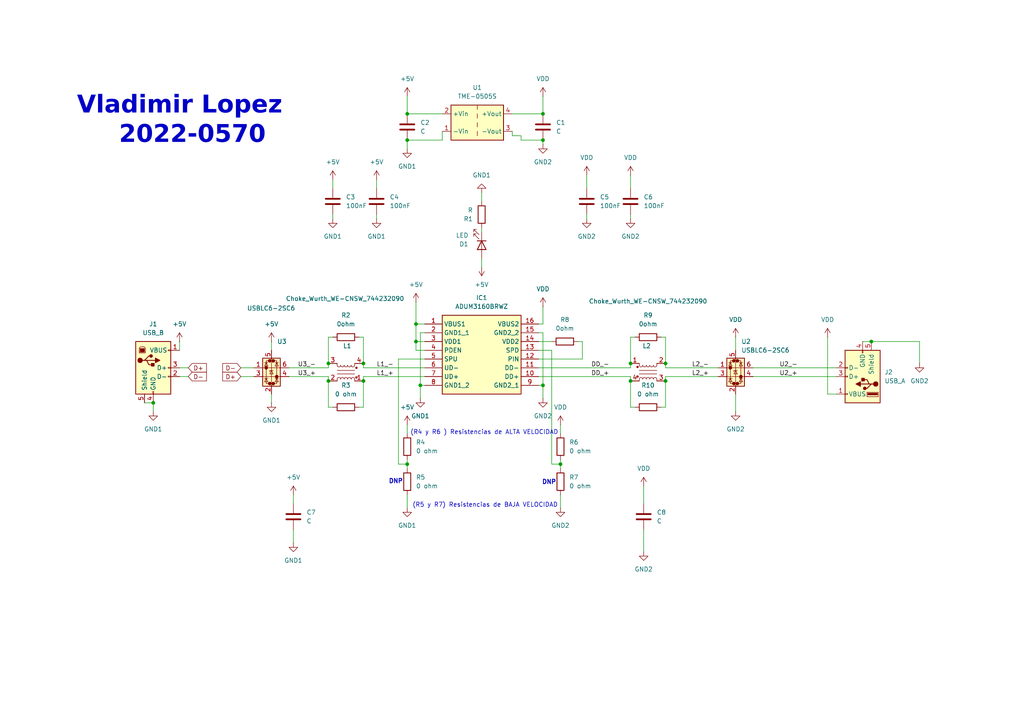
<source format=kicad_sch>
(kicad_sch
	(version 20250114)
	(generator "eeschema")
	(generator_version "9.0")
	(uuid "4fbcf958-8570-40fc-b0aa-4ef29a7d2f95")
	(paper "A4")
	(lib_symbols
		(symbol "Connector:USB_A"
			(pin_names
				(offset 1.016)
			)
			(exclude_from_sim no)
			(in_bom yes)
			(on_board yes)
			(property "Reference" "J"
				(at -5.08 11.43 0)
				(effects
					(font
						(size 1.27 1.27)
					)
					(justify left)
				)
			)
			(property "Value" "USB_A"
				(at -5.08 8.89 0)
				(effects
					(font
						(size 1.27 1.27)
					)
					(justify left)
				)
			)
			(property "Footprint" ""
				(at 3.81 -1.27 0)
				(effects
					(font
						(size 1.27 1.27)
					)
					(hide yes)
				)
			)
			(property "Datasheet" "~"
				(at 3.81 -1.27 0)
				(effects
					(font
						(size 1.27 1.27)
					)
					(hide yes)
				)
			)
			(property "Description" "USB Type A connector"
				(at 0 0 0)
				(effects
					(font
						(size 1.27 1.27)
					)
					(hide yes)
				)
			)
			(property "ki_keywords" "connector USB"
				(at 0 0 0)
				(effects
					(font
						(size 1.27 1.27)
					)
					(hide yes)
				)
			)
			(property "ki_fp_filters" "USB*"
				(at 0 0 0)
				(effects
					(font
						(size 1.27 1.27)
					)
					(hide yes)
				)
			)
			(symbol "USB_A_0_1"
				(rectangle
					(start -5.08 -7.62)
					(end 5.08 7.62)
					(stroke
						(width 0.254)
						(type default)
					)
					(fill
						(type background)
					)
				)
				(circle
					(center -3.81 2.159)
					(radius 0.635)
					(stroke
						(width 0.254)
						(type default)
					)
					(fill
						(type outline)
					)
				)
				(polyline
					(pts
						(xy -3.175 2.159) (xy -2.54 2.159) (xy -1.27 3.429) (xy -0.635 3.429)
					)
					(stroke
						(width 0.254)
						(type default)
					)
					(fill
						(type none)
					)
				)
				(polyline
					(pts
						(xy -2.54 2.159) (xy -1.905 2.159) (xy -1.27 0.889) (xy 0 0.889)
					)
					(stroke
						(width 0.254)
						(type default)
					)
					(fill
						(type none)
					)
				)
				(rectangle
					(start -1.524 4.826)
					(end -4.318 5.334)
					(stroke
						(width 0)
						(type default)
					)
					(fill
						(type outline)
					)
				)
				(rectangle
					(start -1.27 4.572)
					(end -4.572 5.842)
					(stroke
						(width 0)
						(type default)
					)
					(fill
						(type none)
					)
				)
				(circle
					(center -0.635 3.429)
					(radius 0.381)
					(stroke
						(width 0.254)
						(type default)
					)
					(fill
						(type outline)
					)
				)
				(rectangle
					(start -0.127 -7.62)
					(end 0.127 -6.858)
					(stroke
						(width 0)
						(type default)
					)
					(fill
						(type none)
					)
				)
				(rectangle
					(start 0.254 1.27)
					(end -0.508 0.508)
					(stroke
						(width 0.254)
						(type default)
					)
					(fill
						(type outline)
					)
				)
				(polyline
					(pts
						(xy 0.635 2.794) (xy 0.635 1.524) (xy 1.905 2.159) (xy 0.635 2.794)
					)
					(stroke
						(width 0.254)
						(type default)
					)
					(fill
						(type outline)
					)
				)
				(rectangle
					(start 5.08 4.953)
					(end 4.318 5.207)
					(stroke
						(width 0)
						(type default)
					)
					(fill
						(type none)
					)
				)
				(rectangle
					(start 5.08 -0.127)
					(end 4.318 0.127)
					(stroke
						(width 0)
						(type default)
					)
					(fill
						(type none)
					)
				)
				(rectangle
					(start 5.08 -2.667)
					(end 4.318 -2.413)
					(stroke
						(width 0)
						(type default)
					)
					(fill
						(type none)
					)
				)
			)
			(symbol "USB_A_1_1"
				(polyline
					(pts
						(xy -1.905 2.159) (xy 0.635 2.159)
					)
					(stroke
						(width 0.254)
						(type default)
					)
					(fill
						(type none)
					)
				)
				(pin passive line
					(at -2.54 -10.16 90)
					(length 2.54)
					(name "Shield"
						(effects
							(font
								(size 1.27 1.27)
							)
						)
					)
					(number "5"
						(effects
							(font
								(size 1.27 1.27)
							)
						)
					)
				)
				(pin power_in line
					(at 0 -10.16 90)
					(length 2.54)
					(name "GND"
						(effects
							(font
								(size 1.27 1.27)
							)
						)
					)
					(number "4"
						(effects
							(font
								(size 1.27 1.27)
							)
						)
					)
				)
				(pin power_in line
					(at 7.62 5.08 180)
					(length 2.54)
					(name "VBUS"
						(effects
							(font
								(size 1.27 1.27)
							)
						)
					)
					(number "1"
						(effects
							(font
								(size 1.27 1.27)
							)
						)
					)
				)
				(pin bidirectional line
					(at 7.62 0 180)
					(length 2.54)
					(name "D+"
						(effects
							(font
								(size 1.27 1.27)
							)
						)
					)
					(number "3"
						(effects
							(font
								(size 1.27 1.27)
							)
						)
					)
				)
				(pin bidirectional line
					(at 7.62 -2.54 180)
					(length 2.54)
					(name "D-"
						(effects
							(font
								(size 1.27 1.27)
							)
						)
					)
					(number "2"
						(effects
							(font
								(size 1.27 1.27)
							)
						)
					)
				)
			)
			(embedded_fonts no)
		)
		(symbol "Connector:USB_B"
			(pin_names
				(offset 1.016)
			)
			(exclude_from_sim no)
			(in_bom yes)
			(on_board yes)
			(property "Reference" "J"
				(at -5.08 11.43 0)
				(effects
					(font
						(size 1.27 1.27)
					)
					(justify left)
				)
			)
			(property "Value" "USB_B"
				(at -5.08 8.89 0)
				(effects
					(font
						(size 1.27 1.27)
					)
					(justify left)
				)
			)
			(property "Footprint" ""
				(at 3.81 -1.27 0)
				(effects
					(font
						(size 1.27 1.27)
					)
					(hide yes)
				)
			)
			(property "Datasheet" "~"
				(at 3.81 -1.27 0)
				(effects
					(font
						(size 1.27 1.27)
					)
					(hide yes)
				)
			)
			(property "Description" "USB Type B connector"
				(at 0 0 0)
				(effects
					(font
						(size 1.27 1.27)
					)
					(hide yes)
				)
			)
			(property "ki_keywords" "connector USB"
				(at 0 0 0)
				(effects
					(font
						(size 1.27 1.27)
					)
					(hide yes)
				)
			)
			(property "ki_fp_filters" "USB*"
				(at 0 0 0)
				(effects
					(font
						(size 1.27 1.27)
					)
					(hide yes)
				)
			)
			(symbol "USB_B_0_1"
				(rectangle
					(start -5.08 -7.62)
					(end 5.08 7.62)
					(stroke
						(width 0.254)
						(type default)
					)
					(fill
						(type background)
					)
				)
				(polyline
					(pts
						(xy -4.064 4.318) (xy -2.286 4.318) (xy -2.286 5.715) (xy -2.667 6.096) (xy -3.683 6.096) (xy -4.064 5.715)
						(xy -4.064 4.318)
					)
					(stroke
						(width 0)
						(type default)
					)
					(fill
						(type none)
					)
				)
				(rectangle
					(start -3.81 5.588)
					(end -2.54 4.572)
					(stroke
						(width 0)
						(type default)
					)
					(fill
						(type outline)
					)
				)
				(circle
					(center -3.81 2.159)
					(radius 0.635)
					(stroke
						(width 0.254)
						(type default)
					)
					(fill
						(type outline)
					)
				)
				(polyline
					(pts
						(xy -3.175 2.159) (xy -2.54 2.159) (xy -1.27 3.429) (xy -0.635 3.429)
					)
					(stroke
						(width 0.254)
						(type default)
					)
					(fill
						(type none)
					)
				)
				(polyline
					(pts
						(xy -2.54 2.159) (xy -1.905 2.159) (xy -1.27 0.889) (xy 0 0.889)
					)
					(stroke
						(width 0.254)
						(type default)
					)
					(fill
						(type none)
					)
				)
				(polyline
					(pts
						(xy -1.905 2.159) (xy 0.635 2.159)
					)
					(stroke
						(width 0.254)
						(type default)
					)
					(fill
						(type none)
					)
				)
				(circle
					(center -0.635 3.429)
					(radius 0.381)
					(stroke
						(width 0.254)
						(type default)
					)
					(fill
						(type outline)
					)
				)
				(rectangle
					(start -0.127 -7.62)
					(end 0.127 -6.858)
					(stroke
						(width 0)
						(type default)
					)
					(fill
						(type none)
					)
				)
				(rectangle
					(start 0.254 1.27)
					(end -0.508 0.508)
					(stroke
						(width 0.254)
						(type default)
					)
					(fill
						(type outline)
					)
				)
				(polyline
					(pts
						(xy 0.635 2.794) (xy 0.635 1.524) (xy 1.905 2.159) (xy 0.635 2.794)
					)
					(stroke
						(width 0.254)
						(type default)
					)
					(fill
						(type outline)
					)
				)
				(rectangle
					(start 5.08 4.953)
					(end 4.318 5.207)
					(stroke
						(width 0)
						(type default)
					)
					(fill
						(type none)
					)
				)
				(rectangle
					(start 5.08 -0.127)
					(end 4.318 0.127)
					(stroke
						(width 0)
						(type default)
					)
					(fill
						(type none)
					)
				)
				(rectangle
					(start 5.08 -2.667)
					(end 4.318 -2.413)
					(stroke
						(width 0)
						(type default)
					)
					(fill
						(type none)
					)
				)
			)
			(symbol "USB_B_1_1"
				(pin passive line
					(at -2.54 -10.16 90)
					(length 2.54)
					(name "Shield"
						(effects
							(font
								(size 1.27 1.27)
							)
						)
					)
					(number "5"
						(effects
							(font
								(size 1.27 1.27)
							)
						)
					)
				)
				(pin power_out line
					(at 0 -10.16 90)
					(length 2.54)
					(name "GND"
						(effects
							(font
								(size 1.27 1.27)
							)
						)
					)
					(number "4"
						(effects
							(font
								(size 1.27 1.27)
							)
						)
					)
				)
				(pin power_out line
					(at 7.62 5.08 180)
					(length 2.54)
					(name "VBUS"
						(effects
							(font
								(size 1.27 1.27)
							)
						)
					)
					(number "1"
						(effects
							(font
								(size 1.27 1.27)
							)
						)
					)
				)
				(pin bidirectional line
					(at 7.62 0 180)
					(length 2.54)
					(name "D+"
						(effects
							(font
								(size 1.27 1.27)
							)
						)
					)
					(number "3"
						(effects
							(font
								(size 1.27 1.27)
							)
						)
					)
				)
				(pin bidirectional line
					(at 7.62 -2.54 180)
					(length 2.54)
					(name "D-"
						(effects
							(font
								(size 1.27 1.27)
							)
						)
					)
					(number "2"
						(effects
							(font
								(size 1.27 1.27)
							)
						)
					)
				)
			)
			(embedded_fonts no)
		)
		(symbol "Converter_DCDC:TME-0505S"
			(exclude_from_sim no)
			(in_bom yes)
			(on_board yes)
			(property "Reference" "U"
				(at -6.35 6.35 0)
				(effects
					(font
						(size 1.27 1.27)
					)
				)
			)
			(property "Value" "TME-0505S"
				(at 2.54 6.35 0)
				(effects
					(font
						(size 1.27 1.27)
					)
				)
			)
			(property "Footprint" "Converter_DCDC:Converter_DCDC_TRACO_TME_03xxS_05xxS_12xxS_Single_THT"
				(at 0 -8.89 0)
				(effects
					(font
						(size 1.27 1.27)
					)
					(hide yes)
				)
			)
			(property "Datasheet" "https://www.tracopower.com/products/tme.pdf"
				(at 0 -6.35 0)
				(effects
					(font
						(size 1.27 1.27)
					)
					(hide yes)
				)
			)
			(property "Description" "1W DC/DC converter unregulated, 4.5-5.5V input, 5V output voltage, 200mA output, 1kVDC isolation, SIP-4"
				(at 0 0 0)
				(effects
					(font
						(size 1.27 1.27)
					)
					(hide yes)
				)
			)
			(property "ki_keywords" "Traco isolated isolation dc-dc converter not-regulated non-regulated single 1W"
				(at 0 0 0)
				(effects
					(font
						(size 1.27 1.27)
					)
					(hide yes)
				)
			)
			(property "ki_fp_filters" "Converter*DCDC*TRACO*TME*03xxS*05xxS*12xxS*Single*"
				(at 0 0 0)
				(effects
					(font
						(size 1.27 1.27)
					)
					(hide yes)
				)
			)
			(symbol "TME-0505S_0_0"
				(pin power_in line
					(at -10.16 2.54 0)
					(length 2.54)
					(name "+Vin"
						(effects
							(font
								(size 1.27 1.27)
							)
						)
					)
					(number "2"
						(effects
							(font
								(size 1.27 1.27)
							)
						)
					)
				)
				(pin power_in line
					(at -10.16 -2.54 0)
					(length 2.54)
					(name "-Vin"
						(effects
							(font
								(size 1.27 1.27)
							)
						)
					)
					(number "1"
						(effects
							(font
								(size 1.27 1.27)
							)
						)
					)
				)
				(pin power_out line
					(at 10.16 2.54 180)
					(length 2.54)
					(name "+Vout"
						(effects
							(font
								(size 1.27 1.27)
							)
						)
					)
					(number "4"
						(effects
							(font
								(size 1.27 1.27)
							)
						)
					)
				)
				(pin power_out line
					(at 10.16 -2.54 180)
					(length 2.54)
					(name "-Vout"
						(effects
							(font
								(size 1.27 1.27)
							)
						)
					)
					(number "3"
						(effects
							(font
								(size 1.27 1.27)
							)
						)
					)
				)
			)
			(symbol "TME-0505S_0_1"
				(rectangle
					(start -7.62 5.08)
					(end 7.62 -5.08)
					(stroke
						(width 0.254)
						(type default)
					)
					(fill
						(type background)
					)
				)
				(polyline
					(pts
						(xy 0 5.08) (xy 0 3.81)
					)
					(stroke
						(width 0)
						(type default)
					)
					(fill
						(type none)
					)
				)
				(polyline
					(pts
						(xy 0 2.54) (xy 0 1.27)
					)
					(stroke
						(width 0)
						(type default)
					)
					(fill
						(type none)
					)
				)
				(polyline
					(pts
						(xy 0 0) (xy 0 -1.27)
					)
					(stroke
						(width 0)
						(type default)
					)
					(fill
						(type none)
					)
				)
				(polyline
					(pts
						(xy 0 -2.54) (xy 0 -3.81)
					)
					(stroke
						(width 0)
						(type default)
					)
					(fill
						(type none)
					)
				)
			)
			(embedded_fonts no)
		)
		(symbol "Device:C"
			(pin_numbers
				(hide yes)
			)
			(pin_names
				(offset 0.254)
			)
			(exclude_from_sim no)
			(in_bom yes)
			(on_board yes)
			(property "Reference" "C"
				(at 0.635 2.54 0)
				(effects
					(font
						(size 1.27 1.27)
					)
					(justify left)
				)
			)
			(property "Value" "C"
				(at 0.635 -2.54 0)
				(effects
					(font
						(size 1.27 1.27)
					)
					(justify left)
				)
			)
			(property "Footprint" ""
				(at 0.9652 -3.81 0)
				(effects
					(font
						(size 1.27 1.27)
					)
					(hide yes)
				)
			)
			(property "Datasheet" "~"
				(at 0 0 0)
				(effects
					(font
						(size 1.27 1.27)
					)
					(hide yes)
				)
			)
			(property "Description" "Unpolarized capacitor"
				(at 0 0 0)
				(effects
					(font
						(size 1.27 1.27)
					)
					(hide yes)
				)
			)
			(property "ki_keywords" "cap capacitor"
				(at 0 0 0)
				(effects
					(font
						(size 1.27 1.27)
					)
					(hide yes)
				)
			)
			(property "ki_fp_filters" "C_*"
				(at 0 0 0)
				(effects
					(font
						(size 1.27 1.27)
					)
					(hide yes)
				)
			)
			(symbol "C_0_1"
				(polyline
					(pts
						(xy -2.032 0.762) (xy 2.032 0.762)
					)
					(stroke
						(width 0.508)
						(type default)
					)
					(fill
						(type none)
					)
				)
				(polyline
					(pts
						(xy -2.032 -0.762) (xy 2.032 -0.762)
					)
					(stroke
						(width 0.508)
						(type default)
					)
					(fill
						(type none)
					)
				)
			)
			(symbol "C_1_1"
				(pin passive line
					(at 0 3.81 270)
					(length 2.794)
					(name "~"
						(effects
							(font
								(size 1.27 1.27)
							)
						)
					)
					(number "1"
						(effects
							(font
								(size 1.27 1.27)
							)
						)
					)
				)
				(pin passive line
					(at 0 -3.81 90)
					(length 2.794)
					(name "~"
						(effects
							(font
								(size 1.27 1.27)
							)
						)
					)
					(number "2"
						(effects
							(font
								(size 1.27 1.27)
							)
						)
					)
				)
			)
			(embedded_fonts no)
		)
		(symbol "Device:LED"
			(pin_numbers
				(hide yes)
			)
			(pin_names
				(offset 1.016)
				(hide yes)
			)
			(exclude_from_sim no)
			(in_bom yes)
			(on_board yes)
			(property "Reference" "D"
				(at 0 2.54 0)
				(effects
					(font
						(size 1.27 1.27)
					)
				)
			)
			(property "Value" "LED"
				(at 0 -2.54 0)
				(effects
					(font
						(size 1.27 1.27)
					)
				)
			)
			(property "Footprint" ""
				(at 0 0 0)
				(effects
					(font
						(size 1.27 1.27)
					)
					(hide yes)
				)
			)
			(property "Datasheet" "~"
				(at 0 0 0)
				(effects
					(font
						(size 1.27 1.27)
					)
					(hide yes)
				)
			)
			(property "Description" "Light emitting diode"
				(at 0 0 0)
				(effects
					(font
						(size 1.27 1.27)
					)
					(hide yes)
				)
			)
			(property "ki_keywords" "LED diode"
				(at 0 0 0)
				(effects
					(font
						(size 1.27 1.27)
					)
					(hide yes)
				)
			)
			(property "ki_fp_filters" "LED* LED_SMD:* LED_THT:*"
				(at 0 0 0)
				(effects
					(font
						(size 1.27 1.27)
					)
					(hide yes)
				)
			)
			(symbol "LED_0_1"
				(polyline
					(pts
						(xy -3.048 -0.762) (xy -4.572 -2.286) (xy -3.81 -2.286) (xy -4.572 -2.286) (xy -4.572 -1.524)
					)
					(stroke
						(width 0)
						(type default)
					)
					(fill
						(type none)
					)
				)
				(polyline
					(pts
						(xy -1.778 -0.762) (xy -3.302 -2.286) (xy -2.54 -2.286) (xy -3.302 -2.286) (xy -3.302 -1.524)
					)
					(stroke
						(width 0)
						(type default)
					)
					(fill
						(type none)
					)
				)
				(polyline
					(pts
						(xy -1.27 0) (xy 1.27 0)
					)
					(stroke
						(width 0)
						(type default)
					)
					(fill
						(type none)
					)
				)
				(polyline
					(pts
						(xy -1.27 -1.27) (xy -1.27 1.27)
					)
					(stroke
						(width 0.254)
						(type default)
					)
					(fill
						(type none)
					)
				)
				(polyline
					(pts
						(xy 1.27 -1.27) (xy 1.27 1.27) (xy -1.27 0) (xy 1.27 -1.27)
					)
					(stroke
						(width 0.254)
						(type default)
					)
					(fill
						(type none)
					)
				)
			)
			(symbol "LED_1_1"
				(pin passive line
					(at -3.81 0 0)
					(length 2.54)
					(name "K"
						(effects
							(font
								(size 1.27 1.27)
							)
						)
					)
					(number "1"
						(effects
							(font
								(size 1.27 1.27)
							)
						)
					)
				)
				(pin passive line
					(at 3.81 0 180)
					(length 2.54)
					(name "A"
						(effects
							(font
								(size 1.27 1.27)
							)
						)
					)
					(number "2"
						(effects
							(font
								(size 1.27 1.27)
							)
						)
					)
				)
			)
			(embedded_fonts no)
		)
		(symbol "Device:R"
			(pin_numbers
				(hide yes)
			)
			(pin_names
				(offset 0)
			)
			(exclude_from_sim no)
			(in_bom yes)
			(on_board yes)
			(property "Reference" "R"
				(at 2.032 0 90)
				(effects
					(font
						(size 1.27 1.27)
					)
				)
			)
			(property "Value" "R"
				(at 0 0 90)
				(effects
					(font
						(size 1.27 1.27)
					)
				)
			)
			(property "Footprint" ""
				(at -1.778 0 90)
				(effects
					(font
						(size 1.27 1.27)
					)
					(hide yes)
				)
			)
			(property "Datasheet" "~"
				(at 0 0 0)
				(effects
					(font
						(size 1.27 1.27)
					)
					(hide yes)
				)
			)
			(property "Description" "Resistor"
				(at 0 0 0)
				(effects
					(font
						(size 1.27 1.27)
					)
					(hide yes)
				)
			)
			(property "ki_keywords" "R res resistor"
				(at 0 0 0)
				(effects
					(font
						(size 1.27 1.27)
					)
					(hide yes)
				)
			)
			(property "ki_fp_filters" "R_*"
				(at 0 0 0)
				(effects
					(font
						(size 1.27 1.27)
					)
					(hide yes)
				)
			)
			(symbol "R_0_1"
				(rectangle
					(start -1.016 -2.54)
					(end 1.016 2.54)
					(stroke
						(width 0.254)
						(type default)
					)
					(fill
						(type none)
					)
				)
			)
			(symbol "R_1_1"
				(pin passive line
					(at 0 3.81 270)
					(length 1.27)
					(name "~"
						(effects
							(font
								(size 1.27 1.27)
							)
						)
					)
					(number "1"
						(effects
							(font
								(size 1.27 1.27)
							)
						)
					)
				)
				(pin passive line
					(at 0 -3.81 90)
					(length 1.27)
					(name "~"
						(effects
							(font
								(size 1.27 1.27)
							)
						)
					)
					(number "2"
						(effects
							(font
								(size 1.27 1.27)
							)
						)
					)
				)
			)
			(embedded_fonts no)
		)
		(symbol "Filter:Choke_Wurth_WE-CNSW_744232090"
			(exclude_from_sim no)
			(in_bom yes)
			(on_board yes)
			(property "Reference" "L"
				(at 0 5.08 0)
				(effects
					(font
						(size 1.27 1.27)
					)
				)
			)
			(property "Value" "Choke_Wurth_WE-CNSW_744232090"
				(at 0 -5.08 0)
				(effects
					(font
						(size 1.27 1.27)
					)
				)
			)
			(property "Footprint" "Inductor_SMD:L_CommonMode_Wurth_WE-CNSW-1206"
				(at 0 -10.16 0)
				(effects
					(font
						(size 1.27 1.27)
					)
					(hide yes)
				)
			)
			(property "Datasheet" "https://www.we-online.com/components/products/datasheet/744232090.pdf"
				(at 0 -7.62 0)
				(effects
					(font
						(size 1.27 1.27)
					)
					(hide yes)
				)
			)
			(property "Description" "Common mode choke, 370 mA, 125VDC, USB2.0, 111 nH"
				(at 0 0 0)
				(effects
					(font
						(size 1.27 1.27)
					)
					(hide yes)
				)
			)
			(property "ki_keywords" "common mode choke emi usb"
				(at 0 0 0)
				(effects
					(font
						(size 1.27 1.27)
					)
					(hide yes)
				)
			)
			(property "ki_fp_filters" "L*CommonMode*Wurth*WE*CNSW*1206*"
				(at 0 0 0)
				(effects
					(font
						(size 1.27 1.27)
					)
					(hide yes)
				)
			)
			(symbol "Choke_Wurth_WE-CNSW_744232090_1_1"
				(circle
					(center -3.048 1.524)
					(radius 0.254)
					(stroke
						(width 0)
						(type default)
					)
					(fill
						(type outline)
					)
				)
				(circle
					(center -3.048 -1.27)
					(radius 0.254)
					(stroke
						(width 0)
						(type default)
					)
					(fill
						(type outline)
					)
				)
				(polyline
					(pts
						(xy -2.54 2.032) (xy -2.54 2.54)
					)
					(stroke
						(width 0)
						(type default)
					)
					(fill
						(type none)
					)
				)
				(polyline
					(pts
						(xy -2.54 0.508) (xy 2.54 0.508)
					)
					(stroke
						(width 0)
						(type default)
					)
					(fill
						(type none)
					)
				)
				(polyline
					(pts
						(xy -2.54 -2.032) (xy -2.54 -2.54)
					)
					(stroke
						(width 0)
						(type default)
					)
					(fill
						(type none)
					)
				)
				(arc
					(start -1.524 2.032)
					(mid -2.032 1.5262)
					(end -2.54 2.032)
					(stroke
						(width 0)
						(type default)
					)
					(fill
						(type none)
					)
				)
				(arc
					(start -2.54 -2.032)
					(mid -2.032 -1.5262)
					(end -1.524 -2.032)
					(stroke
						(width 0)
						(type default)
					)
					(fill
						(type none)
					)
				)
				(arc
					(start -0.508 2.032)
					(mid -1.016 1.5262)
					(end -1.524 2.032)
					(stroke
						(width 0)
						(type default)
					)
					(fill
						(type none)
					)
				)
				(arc
					(start -1.524 -2.032)
					(mid -1.016 -1.5262)
					(end -0.508 -2.032)
					(stroke
						(width 0)
						(type default)
					)
					(fill
						(type none)
					)
				)
				(arc
					(start 0.508 2.032)
					(mid 0 1.5262)
					(end -0.508 2.032)
					(stroke
						(width 0)
						(type default)
					)
					(fill
						(type none)
					)
				)
				(arc
					(start -0.508 -2.032)
					(mid 0 -1.5262)
					(end 0.508 -2.032)
					(stroke
						(width 0)
						(type default)
					)
					(fill
						(type none)
					)
				)
				(arc
					(start 1.524 2.032)
					(mid 1.016 1.5262)
					(end 0.508 2.032)
					(stroke
						(width 0)
						(type default)
					)
					(fill
						(type none)
					)
				)
				(arc
					(start 0.508 -2.032)
					(mid 1.016 -1.5262)
					(end 1.524 -2.032)
					(stroke
						(width 0)
						(type default)
					)
					(fill
						(type none)
					)
				)
				(arc
					(start 2.54 2.032)
					(mid 2.032 1.5262)
					(end 1.524 2.032)
					(stroke
						(width 0)
						(type default)
					)
					(fill
						(type none)
					)
				)
				(arc
					(start 1.524 -2.032)
					(mid 2.032 -1.5262)
					(end 2.54 -2.032)
					(stroke
						(width 0)
						(type default)
					)
					(fill
						(type none)
					)
				)
				(polyline
					(pts
						(xy 2.54 2.54) (xy 2.54 2.032)
					)
					(stroke
						(width 0)
						(type default)
					)
					(fill
						(type none)
					)
				)
				(polyline
					(pts
						(xy 2.54 -0.508) (xy -2.54 -0.508)
					)
					(stroke
						(width 0)
						(type default)
					)
					(fill
						(type none)
					)
				)
				(polyline
					(pts
						(xy 2.54 -2.032) (xy 2.54 -2.54)
					)
					(stroke
						(width 0)
						(type default)
					)
					(fill
						(type none)
					)
				)
				(pin passive line
					(at -5.08 2.54 0)
					(length 2.54)
					(name ""
						(effects
							(font
								(size 1.27 1.27)
							)
						)
					)
					(number "1"
						(effects
							(font
								(size 1.27 1.27)
							)
						)
					)
				)
				(pin passive line
					(at -5.08 -2.54 0)
					(length 2.54)
					(name ""
						(effects
							(font
								(size 1.27 1.27)
							)
						)
					)
					(number "4"
						(effects
							(font
								(size 1.27 1.27)
							)
						)
					)
				)
				(pin passive line
					(at 5.08 2.54 180)
					(length 2.54)
					(name ""
						(effects
							(font
								(size 1.27 1.27)
							)
						)
					)
					(number "2"
						(effects
							(font
								(size 1.27 1.27)
							)
						)
					)
				)
				(pin passive line
					(at 5.08 -2.54 180)
					(length 2.54)
					(name ""
						(effects
							(font
								(size 1.27 1.27)
							)
						)
					)
					(number "3"
						(effects
							(font
								(size 1.27 1.27)
							)
						)
					)
				)
			)
			(embedded_fonts no)
		)
		(symbol "Power_Protection:USBLC6-2SC6"
			(pin_names
				(hide yes)
			)
			(exclude_from_sim no)
			(in_bom yes)
			(on_board yes)
			(property "Reference" "U"
				(at 0.635 5.715 0)
				(effects
					(font
						(size 1.27 1.27)
					)
					(justify left)
				)
			)
			(property "Value" "USBLC6-2SC6"
				(at 0.635 3.81 0)
				(effects
					(font
						(size 1.27 1.27)
					)
					(justify left)
				)
			)
			(property "Footprint" "Package_TO_SOT_SMD:SOT-23-6"
				(at 1.27 -6.35 0)
				(effects
					(font
						(size 1.27 1.27)
						(italic yes)
					)
					(justify left)
					(hide yes)
				)
			)
			(property "Datasheet" "https://www.st.com/resource/en/datasheet/usblc6-2.pdf"
				(at 1.27 -8.255 0)
				(effects
					(font
						(size 1.27 1.27)
					)
					(justify left)
					(hide yes)
				)
			)
			(property "Description" "Very low capacitance ESD protection diode, 2 data-line, SOT-23-6"
				(at 0 0 0)
				(effects
					(font
						(size 1.27 1.27)
					)
					(hide yes)
				)
			)
			(property "ki_keywords" "usb ethernet video"
				(at 0 0 0)
				(effects
					(font
						(size 1.27 1.27)
					)
					(hide yes)
				)
			)
			(property "ki_fp_filters" "SOT?23*"
				(at 0 0 0)
				(effects
					(font
						(size 1.27 1.27)
					)
					(hide yes)
				)
			)
			(symbol "USBLC6-2SC6_0_0"
				(circle
					(center -1.524 0)
					(radius 0.0001)
					(stroke
						(width 0.508)
						(type default)
					)
					(fill
						(type none)
					)
				)
				(circle
					(center -0.508 2.032)
					(radius 0.0001)
					(stroke
						(width 0.508)
						(type default)
					)
					(fill
						(type none)
					)
				)
				(circle
					(center -0.508 -4.572)
					(radius 0.0001)
					(stroke
						(width 0.508)
						(type default)
					)
					(fill
						(type none)
					)
				)
				(circle
					(center 0.508 2.032)
					(radius 0.0001)
					(stroke
						(width 0.508)
						(type default)
					)
					(fill
						(type none)
					)
				)
				(circle
					(center 0.508 -4.572)
					(radius 0.0001)
					(stroke
						(width 0.508)
						(type default)
					)
					(fill
						(type none)
					)
				)
				(circle
					(center 1.524 -2.54)
					(radius 0.0001)
					(stroke
						(width 0.508)
						(type default)
					)
					(fill
						(type none)
					)
				)
			)
			(symbol "USBLC6-2SC6_0_1"
				(polyline
					(pts
						(xy -2.54 0) (xy 2.54 0)
					)
					(stroke
						(width 0)
						(type default)
					)
					(fill
						(type none)
					)
				)
				(polyline
					(pts
						(xy -2.54 -2.54) (xy 2.54 -2.54)
					)
					(stroke
						(width 0)
						(type default)
					)
					(fill
						(type none)
					)
				)
				(polyline
					(pts
						(xy -2.032 0.508) (xy -1.016 0.508) (xy -1.524 1.524) (xy -2.032 0.508)
					)
					(stroke
						(width 0)
						(type default)
					)
					(fill
						(type none)
					)
				)
				(polyline
					(pts
						(xy -2.032 -3.048) (xy -1.016 -3.048)
					)
					(stroke
						(width 0)
						(type default)
					)
					(fill
						(type none)
					)
				)
				(polyline
					(pts
						(xy -1.016 1.524) (xy -2.032 1.524)
					)
					(stroke
						(width 0)
						(type default)
					)
					(fill
						(type none)
					)
				)
				(polyline
					(pts
						(xy -1.016 -4.064) (xy -2.032 -4.064) (xy -1.524 -3.048) (xy -1.016 -4.064)
					)
					(stroke
						(width 0)
						(type default)
					)
					(fill
						(type none)
					)
				)
				(polyline
					(pts
						(xy -0.508 -1.143) (xy -0.508 -0.762) (xy 0.508 -0.762)
					)
					(stroke
						(width 0)
						(type default)
					)
					(fill
						(type none)
					)
				)
				(polyline
					(pts
						(xy 0 2.54) (xy -0.508 2.032) (xy 0.508 2.032) (xy 0 1.524) (xy 0 -4.064) (xy -0.508 -4.572) (xy 0.508 -4.572)
						(xy 0 -5.08)
					)
					(stroke
						(width 0)
						(type default)
					)
					(fill
						(type none)
					)
				)
				(polyline
					(pts
						(xy 0.508 -1.778) (xy -0.508 -1.778) (xy 0 -0.762) (xy 0.508 -1.778)
					)
					(stroke
						(width 0)
						(type default)
					)
					(fill
						(type none)
					)
				)
				(polyline
					(pts
						(xy 1.016 1.524) (xy 2.032 1.524)
					)
					(stroke
						(width 0)
						(type default)
					)
					(fill
						(type none)
					)
				)
				(polyline
					(pts
						(xy 1.016 -3.048) (xy 2.032 -3.048)
					)
					(stroke
						(width 0)
						(type default)
					)
					(fill
						(type none)
					)
				)
				(polyline
					(pts
						(xy 2.032 0.508) (xy 1.016 0.508) (xy 1.524 1.524) (xy 2.032 0.508)
					)
					(stroke
						(width 0)
						(type default)
					)
					(fill
						(type none)
					)
				)
				(polyline
					(pts
						(xy 2.032 -4.064) (xy 1.016 -4.064) (xy 1.524 -3.048) (xy 2.032 -4.064)
					)
					(stroke
						(width 0)
						(type default)
					)
					(fill
						(type none)
					)
				)
			)
			(symbol "USBLC6-2SC6_1_1"
				(rectangle
					(start -2.54 2.794)
					(end 2.54 -5.334)
					(stroke
						(width 0.254)
						(type default)
					)
					(fill
						(type background)
					)
				)
				(polyline
					(pts
						(xy -0.508 2.032) (xy -1.524 2.032) (xy -1.524 -4.572) (xy -0.508 -4.572)
					)
					(stroke
						(width 0)
						(type default)
					)
					(fill
						(type none)
					)
				)
				(polyline
					(pts
						(xy 0.508 -4.572) (xy 1.524 -4.572) (xy 1.524 2.032) (xy 0.508 2.032)
					)
					(stroke
						(width 0)
						(type default)
					)
					(fill
						(type none)
					)
				)
				(pin passive line
					(at -5.08 0 0)
					(length 2.54)
					(name "I/O1"
						(effects
							(font
								(size 1.27 1.27)
							)
						)
					)
					(number "1"
						(effects
							(font
								(size 1.27 1.27)
							)
						)
					)
				)
				(pin passive line
					(at -5.08 -2.54 0)
					(length 2.54)
					(name "I/O2"
						(effects
							(font
								(size 1.27 1.27)
							)
						)
					)
					(number "3"
						(effects
							(font
								(size 1.27 1.27)
							)
						)
					)
				)
				(pin passive line
					(at 0 5.08 270)
					(length 2.54)
					(name "VBUS"
						(effects
							(font
								(size 1.27 1.27)
							)
						)
					)
					(number "5"
						(effects
							(font
								(size 1.27 1.27)
							)
						)
					)
				)
				(pin passive line
					(at 0 -7.62 90)
					(length 2.54)
					(name "GND"
						(effects
							(font
								(size 1.27 1.27)
							)
						)
					)
					(number "2"
						(effects
							(font
								(size 1.27 1.27)
							)
						)
					)
				)
				(pin passive line
					(at 5.08 0 180)
					(length 2.54)
					(name "I/O1"
						(effects
							(font
								(size 1.27 1.27)
							)
						)
					)
					(number "6"
						(effects
							(font
								(size 1.27 1.27)
							)
						)
					)
				)
				(pin passive line
					(at 5.08 -2.54 180)
					(length 2.54)
					(name "I/O2"
						(effects
							(font
								(size 1.27 1.27)
							)
						)
					)
					(number "4"
						(effects
							(font
								(size 1.27 1.27)
							)
						)
					)
				)
			)
			(embedded_fonts no)
		)
		(symbol "SamacSys_Parts:ADUM3160BRWZ"
			(exclude_from_sim no)
			(in_bom yes)
			(on_board yes)
			(property "Reference" "IC"
				(at 29.21 7.62 0)
				(effects
					(font
						(size 1.27 1.27)
					)
					(justify left top)
				)
			)
			(property "Value" "ADUM3160BRWZ"
				(at 29.21 5.08 0)
				(effects
					(font
						(size 1.27 1.27)
					)
					(justify left top)
				)
			)
			(property "Footprint" "SOIC127P1032X265-16N"
				(at 29.21 -94.92 0)
				(effects
					(font
						(size 1.27 1.27)
					)
					(justify left top)
					(hide yes)
				)
			)
			(property "Datasheet" "http://www.analog.com/media/en/technical-documentation/data-sheets/ADuM3160.pdf"
				(at 29.21 -194.92 0)
				(effects
					(font
						(size 1.27 1.27)
					)
					(justify left top)
					(hide yes)
				)
			)
			(property "Description" "Analog Devices ADUM3160BRWZ PCB SMT Digital Isolator, 2500 V, 16-Pin SO16"
				(at 0 0 0)
				(effects
					(font
						(size 1.27 1.27)
					)
					(hide yes)
				)
			)
			(property "Height" "2.65"
				(at 29.21 -394.92 0)
				(effects
					(font
						(size 1.27 1.27)
					)
					(justify left top)
					(hide yes)
				)
			)
			(property "Manufacturer_Name" "Analog Devices"
				(at 29.21 -494.92 0)
				(effects
					(font
						(size 1.27 1.27)
					)
					(justify left top)
					(hide yes)
				)
			)
			(property "Manufacturer_Part_Number" "ADUM3160BRWZ"
				(at 29.21 -594.92 0)
				(effects
					(font
						(size 1.27 1.27)
					)
					(justify left top)
					(hide yes)
				)
			)
			(property "Mouser Part Number" "584-ADUM3160BRWZ"
				(at 29.21 -694.92 0)
				(effects
					(font
						(size 1.27 1.27)
					)
					(justify left top)
					(hide yes)
				)
			)
			(property "Mouser Price/Stock" "https://www.mouser.co.uk/ProductDetail/Analog-Devices/ADUM3160BRWZ?qs=WIvQP4zGanjmPiCfFUKkZQ%3D%3D"
				(at 29.21 -794.92 0)
				(effects
					(font
						(size 1.27 1.27)
					)
					(justify left top)
					(hide yes)
				)
			)
			(property "Arrow Part Number" "ADUM3160BRWZ"
				(at 29.21 -894.92 0)
				(effects
					(font
						(size 1.27 1.27)
					)
					(justify left top)
					(hide yes)
				)
			)
			(property "Arrow Price/Stock" "https://www.arrow.com/en/products/adum3160brwz/analog-devices?utm_currency=USD&region=nac"
				(at 29.21 -994.92 0)
				(effects
					(font
						(size 1.27 1.27)
					)
					(justify left top)
					(hide yes)
				)
			)
			(symbol "ADUM3160BRWZ_1_1"
				(rectangle
					(start 5.08 2.54)
					(end 27.94 -20.32)
					(stroke
						(width 0.254)
						(type default)
					)
					(fill
						(type background)
					)
				)
				(pin passive line
					(at 0 0 0)
					(length 5.08)
					(name "VBUS1"
						(effects
							(font
								(size 1.27 1.27)
							)
						)
					)
					(number "1"
						(effects
							(font
								(size 1.27 1.27)
							)
						)
					)
				)
				(pin passive line
					(at 0 -2.54 0)
					(length 5.08)
					(name "GND1_1"
						(effects
							(font
								(size 1.27 1.27)
							)
						)
					)
					(number "2"
						(effects
							(font
								(size 1.27 1.27)
							)
						)
					)
				)
				(pin passive line
					(at 0 -5.08 0)
					(length 5.08)
					(name "VDD1"
						(effects
							(font
								(size 1.27 1.27)
							)
						)
					)
					(number "3"
						(effects
							(font
								(size 1.27 1.27)
							)
						)
					)
				)
				(pin passive line
					(at 0 -7.62 0)
					(length 5.08)
					(name "PDEN"
						(effects
							(font
								(size 1.27 1.27)
							)
						)
					)
					(number "4"
						(effects
							(font
								(size 1.27 1.27)
							)
						)
					)
				)
				(pin passive line
					(at 0 -10.16 0)
					(length 5.08)
					(name "SPU"
						(effects
							(font
								(size 1.27 1.27)
							)
						)
					)
					(number "5"
						(effects
							(font
								(size 1.27 1.27)
							)
						)
					)
				)
				(pin passive line
					(at 0 -12.7 0)
					(length 5.08)
					(name "UD-"
						(effects
							(font
								(size 1.27 1.27)
							)
						)
					)
					(number "6"
						(effects
							(font
								(size 1.27 1.27)
							)
						)
					)
				)
				(pin passive line
					(at 0 -15.24 0)
					(length 5.08)
					(name "UD+"
						(effects
							(font
								(size 1.27 1.27)
							)
						)
					)
					(number "7"
						(effects
							(font
								(size 1.27 1.27)
							)
						)
					)
				)
				(pin passive line
					(at 0 -17.78 0)
					(length 5.08)
					(name "GND1_2"
						(effects
							(font
								(size 1.27 1.27)
							)
						)
					)
					(number "8"
						(effects
							(font
								(size 1.27 1.27)
							)
						)
					)
				)
				(pin passive line
					(at 33.02 0 180)
					(length 5.08)
					(name "VBUS2"
						(effects
							(font
								(size 1.27 1.27)
							)
						)
					)
					(number "16"
						(effects
							(font
								(size 1.27 1.27)
							)
						)
					)
				)
				(pin passive line
					(at 33.02 -2.54 180)
					(length 5.08)
					(name "GND2_2"
						(effects
							(font
								(size 1.27 1.27)
							)
						)
					)
					(number "15"
						(effects
							(font
								(size 1.27 1.27)
							)
						)
					)
				)
				(pin passive line
					(at 33.02 -5.08 180)
					(length 5.08)
					(name "VDD2"
						(effects
							(font
								(size 1.27 1.27)
							)
						)
					)
					(number "14"
						(effects
							(font
								(size 1.27 1.27)
							)
						)
					)
				)
				(pin passive line
					(at 33.02 -7.62 180)
					(length 5.08)
					(name "SPD"
						(effects
							(font
								(size 1.27 1.27)
							)
						)
					)
					(number "13"
						(effects
							(font
								(size 1.27 1.27)
							)
						)
					)
				)
				(pin passive line
					(at 33.02 -10.16 180)
					(length 5.08)
					(name "PIN"
						(effects
							(font
								(size 1.27 1.27)
							)
						)
					)
					(number "12"
						(effects
							(font
								(size 1.27 1.27)
							)
						)
					)
				)
				(pin passive line
					(at 33.02 -12.7 180)
					(length 5.08)
					(name "DD-"
						(effects
							(font
								(size 1.27 1.27)
							)
						)
					)
					(number "11"
						(effects
							(font
								(size 1.27 1.27)
							)
						)
					)
				)
				(pin passive line
					(at 33.02 -15.24 180)
					(length 5.08)
					(name "DD+"
						(effects
							(font
								(size 1.27 1.27)
							)
						)
					)
					(number "10"
						(effects
							(font
								(size 1.27 1.27)
							)
						)
					)
				)
				(pin passive line
					(at 33.02 -17.78 180)
					(length 5.08)
					(name "GND2_1"
						(effects
							(font
								(size 1.27 1.27)
							)
						)
					)
					(number "9"
						(effects
							(font
								(size 1.27 1.27)
							)
						)
					)
				)
			)
			(embedded_fonts no)
		)
		(symbol "power:+5V"
			(power)
			(pin_numbers
				(hide yes)
			)
			(pin_names
				(offset 0)
				(hide yes)
			)
			(exclude_from_sim no)
			(in_bom yes)
			(on_board yes)
			(property "Reference" "#PWR"
				(at 0 -3.81 0)
				(effects
					(font
						(size 1.27 1.27)
					)
					(hide yes)
				)
			)
			(property "Value" "+5V"
				(at 0 3.556 0)
				(effects
					(font
						(size 1.27 1.27)
					)
				)
			)
			(property "Footprint" ""
				(at 0 0 0)
				(effects
					(font
						(size 1.27 1.27)
					)
					(hide yes)
				)
			)
			(property "Datasheet" ""
				(at 0 0 0)
				(effects
					(font
						(size 1.27 1.27)
					)
					(hide yes)
				)
			)
			(property "Description" "Power symbol creates a global label with name \"+5V\""
				(at 0 0 0)
				(effects
					(font
						(size 1.27 1.27)
					)
					(hide yes)
				)
			)
			(property "ki_keywords" "global power"
				(at 0 0 0)
				(effects
					(font
						(size 1.27 1.27)
					)
					(hide yes)
				)
			)
			(symbol "+5V_0_1"
				(polyline
					(pts
						(xy -0.762 1.27) (xy 0 2.54)
					)
					(stroke
						(width 0)
						(type default)
					)
					(fill
						(type none)
					)
				)
				(polyline
					(pts
						(xy 0 2.54) (xy 0.762 1.27)
					)
					(stroke
						(width 0)
						(type default)
					)
					(fill
						(type none)
					)
				)
				(polyline
					(pts
						(xy 0 0) (xy 0 2.54)
					)
					(stroke
						(width 0)
						(type default)
					)
					(fill
						(type none)
					)
				)
			)
			(symbol "+5V_1_1"
				(pin power_in line
					(at 0 0 90)
					(length 0)
					(name "~"
						(effects
							(font
								(size 1.27 1.27)
							)
						)
					)
					(number "1"
						(effects
							(font
								(size 1.27 1.27)
							)
						)
					)
				)
			)
			(embedded_fonts no)
		)
		(symbol "power:GND1"
			(power)
			(pin_numbers
				(hide yes)
			)
			(pin_names
				(offset 0)
				(hide yes)
			)
			(exclude_from_sim no)
			(in_bom yes)
			(on_board yes)
			(property "Reference" "#PWR"
				(at 0 -6.35 0)
				(effects
					(font
						(size 1.27 1.27)
					)
					(hide yes)
				)
			)
			(property "Value" "GND1"
				(at 0 -3.81 0)
				(effects
					(font
						(size 1.27 1.27)
					)
				)
			)
			(property "Footprint" ""
				(at 0 0 0)
				(effects
					(font
						(size 1.27 1.27)
					)
					(hide yes)
				)
			)
			(property "Datasheet" ""
				(at 0 0 0)
				(effects
					(font
						(size 1.27 1.27)
					)
					(hide yes)
				)
			)
			(property "Description" "Power symbol creates a global label with name \"GND1\" , ground"
				(at 0 0 0)
				(effects
					(font
						(size 1.27 1.27)
					)
					(hide yes)
				)
			)
			(property "ki_keywords" "global power"
				(at 0 0 0)
				(effects
					(font
						(size 1.27 1.27)
					)
					(hide yes)
				)
			)
			(symbol "GND1_0_1"
				(polyline
					(pts
						(xy 0 0) (xy 0 -1.27) (xy 1.27 -1.27) (xy 0 -2.54) (xy -1.27 -1.27) (xy 0 -1.27)
					)
					(stroke
						(width 0)
						(type default)
					)
					(fill
						(type none)
					)
				)
			)
			(symbol "GND1_1_1"
				(pin power_in line
					(at 0 0 270)
					(length 0)
					(name "~"
						(effects
							(font
								(size 1.27 1.27)
							)
						)
					)
					(number "1"
						(effects
							(font
								(size 1.27 1.27)
							)
						)
					)
				)
			)
			(embedded_fonts no)
		)
		(symbol "power:GND2"
			(power)
			(pin_numbers
				(hide yes)
			)
			(pin_names
				(offset 0)
				(hide yes)
			)
			(exclude_from_sim no)
			(in_bom yes)
			(on_board yes)
			(property "Reference" "#PWR"
				(at 0 -6.35 0)
				(effects
					(font
						(size 1.27 1.27)
					)
					(hide yes)
				)
			)
			(property "Value" "GND2"
				(at 0 -3.81 0)
				(effects
					(font
						(size 1.27 1.27)
					)
				)
			)
			(property "Footprint" ""
				(at 0 0 0)
				(effects
					(font
						(size 1.27 1.27)
					)
					(hide yes)
				)
			)
			(property "Datasheet" ""
				(at 0 0 0)
				(effects
					(font
						(size 1.27 1.27)
					)
					(hide yes)
				)
			)
			(property "Description" "Power symbol creates a global label with name \"GND2\" , ground"
				(at 0 0 0)
				(effects
					(font
						(size 1.27 1.27)
					)
					(hide yes)
				)
			)
			(property "ki_keywords" "global power"
				(at 0 0 0)
				(effects
					(font
						(size 1.27 1.27)
					)
					(hide yes)
				)
			)
			(symbol "GND2_0_1"
				(polyline
					(pts
						(xy 0 0) (xy 0 -1.27) (xy 1.27 -1.27) (xy 0 -2.54) (xy -1.27 -1.27) (xy 0 -1.27)
					)
					(stroke
						(width 0)
						(type default)
					)
					(fill
						(type none)
					)
				)
			)
			(symbol "GND2_1_1"
				(pin power_in line
					(at 0 0 270)
					(length 0)
					(name "~"
						(effects
							(font
								(size 1.27 1.27)
							)
						)
					)
					(number "1"
						(effects
							(font
								(size 1.27 1.27)
							)
						)
					)
				)
			)
			(embedded_fonts no)
		)
		(symbol "power:VDD"
			(power)
			(pin_numbers
				(hide yes)
			)
			(pin_names
				(offset 0)
				(hide yes)
			)
			(exclude_from_sim no)
			(in_bom yes)
			(on_board yes)
			(property "Reference" "#PWR"
				(at 0 -3.81 0)
				(effects
					(font
						(size 1.27 1.27)
					)
					(hide yes)
				)
			)
			(property "Value" "VDD"
				(at 0 3.556 0)
				(effects
					(font
						(size 1.27 1.27)
					)
				)
			)
			(property "Footprint" ""
				(at 0 0 0)
				(effects
					(font
						(size 1.27 1.27)
					)
					(hide yes)
				)
			)
			(property "Datasheet" ""
				(at 0 0 0)
				(effects
					(font
						(size 1.27 1.27)
					)
					(hide yes)
				)
			)
			(property "Description" "Power symbol creates a global label with name \"VDD\""
				(at 0 0 0)
				(effects
					(font
						(size 1.27 1.27)
					)
					(hide yes)
				)
			)
			(property "ki_keywords" "global power"
				(at 0 0 0)
				(effects
					(font
						(size 1.27 1.27)
					)
					(hide yes)
				)
			)
			(symbol "VDD_0_1"
				(polyline
					(pts
						(xy -0.762 1.27) (xy 0 2.54)
					)
					(stroke
						(width 0)
						(type default)
					)
					(fill
						(type none)
					)
				)
				(polyline
					(pts
						(xy 0 2.54) (xy 0.762 1.27)
					)
					(stroke
						(width 0)
						(type default)
					)
					(fill
						(type none)
					)
				)
				(polyline
					(pts
						(xy 0 0) (xy 0 2.54)
					)
					(stroke
						(width 0)
						(type default)
					)
					(fill
						(type none)
					)
				)
			)
			(symbol "VDD_1_1"
				(pin power_in line
					(at 0 0 90)
					(length 0)
					(name "~"
						(effects
							(font
								(size 1.27 1.27)
							)
						)
					)
					(number "1"
						(effects
							(font
								(size 1.27 1.27)
							)
						)
					)
				)
			)
			(embedded_fonts no)
		)
	)
	(text "(R4 y R6 ) Resistencias de ALTA VELOCIDAD\n"
		(exclude_from_sim no)
		(at 140.462 125.476 0)
		(effects
			(font
				(size 1.27 1.27)
			)
		)
		(uuid "09f8484e-bae0-4be9-869d-fa84aff6144f")
	)
	(text "DNP\n"
		(exclude_from_sim no)
		(at 159.258 139.954 0)
		(effects
			(font
				(size 1.27 1.27)
				(thickness 0.254)
				(bold yes)
			)
		)
		(uuid "16253271-7b02-480b-aaa3-063427005a28")
	)
	(text "DNP\n"
		(exclude_from_sim no)
		(at 114.808 139.7 0)
		(effects
			(font
				(size 1.27 1.27)
				(thickness 0.254)
				(bold yes)
			)
		)
		(uuid "3e0305de-68b9-436e-a7c7-6284b84b8d94")
	)
	(text "Vladimir Lopez \n  2022-0570"
		(exclude_from_sim no)
		(at 53.34 36.322 0)
		(effects
			(font
				(face "Berlin Sans FB")
				(size 5.08 5.08)
				(bold yes)
			)
		)
		(uuid "7cb42dba-e543-4d9e-a3c7-ac6cdfb02a34")
	)
	(text "(R5 y R7) Resistencias de BAJA VELOCIDAD\n"
		(exclude_from_sim no)
		(at 140.716 146.558 0)
		(effects
			(font
				(size 1.27 1.27)
			)
		)
		(uuid "cc26a02c-a576-4585-8cd3-4d8b37334685")
	)
	(junction
		(at 121.92 111.76)
		(diameter 0)
		(color 0 0 0 0)
		(uuid "2a9c0167-80e0-481f-a6b5-4784e9d4fc2f")
	)
	(junction
		(at 252.73 99.06)
		(diameter 0)
		(color 0 0 0 0)
		(uuid "3b622105-4d7b-487a-b0d2-2b371e5856b8")
	)
	(junction
		(at 193.04 110.49)
		(diameter 0)
		(color 0 0 0 0)
		(uuid "44ca5f82-044e-47e1-b533-7263668da816")
	)
	(junction
		(at 157.48 111.76)
		(diameter 0)
		(color 0 0 0 0)
		(uuid "49e01ab5-f96f-446e-8fe4-d920e0115b13")
	)
	(junction
		(at 120.65 93.98)
		(diameter 0)
		(color 0 0 0 0)
		(uuid "85bb93d9-23da-45ea-bfa6-c8707920198d")
	)
	(junction
		(at 118.11 33.02)
		(diameter 0)
		(color 0 0 0 0)
		(uuid "85bf07d4-a94d-40ed-ae67-d88f65a3b44d")
	)
	(junction
		(at 105.41 105.41)
		(diameter 0)
		(color 0 0 0 0)
		(uuid "89fe0f05-62e7-408a-898c-94130a1f018f")
	)
	(junction
		(at 44.45 116.84)
		(diameter 0)
		(color 0 0 0 0)
		(uuid "8b35d3a6-9065-48a4-8905-2a593e5483d0")
	)
	(junction
		(at 95.25 105.41)
		(diameter 0)
		(color 0 0 0 0)
		(uuid "91ab6b6c-dc74-4080-b59a-0935c3feb216")
	)
	(junction
		(at 118.11 40.64)
		(diameter 0)
		(color 0 0 0 0)
		(uuid "b184bace-b399-4d16-870f-0a59b35cc34f")
	)
	(junction
		(at 157.48 33.02)
		(diameter 0)
		(color 0 0 0 0)
		(uuid "c1db2de9-f972-4bb9-a5e8-e7edc8bc5790")
	)
	(junction
		(at 120.65 99.06)
		(diameter 0)
		(color 0 0 0 0)
		(uuid "c67b0a5d-c9bc-4e1d-9f47-5027c62e22fb")
	)
	(junction
		(at 182.88 105.41)
		(diameter 0)
		(color 0 0 0 0)
		(uuid "c7b60118-8fc5-4a1a-a509-0f138fa4a897")
	)
	(junction
		(at 193.04 105.41)
		(diameter 0)
		(color 0 0 0 0)
		(uuid "da9296f0-d9cb-4535-8690-87e74b967c61")
	)
	(junction
		(at 105.41 110.49)
		(diameter 0)
		(color 0 0 0 0)
		(uuid "e1d4dd0d-ea29-4450-b259-919b3bc40414")
	)
	(junction
		(at 182.88 110.49)
		(diameter 0)
		(color 0 0 0 0)
		(uuid "e4bce708-71ad-48d6-b1c8-b0ebdb4b3103")
	)
	(junction
		(at 118.11 134.62)
		(diameter 0)
		(color 0 0 0 0)
		(uuid "ecadb5d2-a945-443f-9021-7b39a2f40637")
	)
	(junction
		(at 157.48 40.64)
		(diameter 0)
		(color 0 0 0 0)
		(uuid "ed9519ad-f25b-453d-89e0-9b1c0310f220")
	)
	(junction
		(at 95.25 110.49)
		(diameter 0)
		(color 0 0 0 0)
		(uuid "f569bcd1-d171-46e4-a977-31fbd9068943")
	)
	(junction
		(at 162.56 134.62)
		(diameter 0)
		(color 0 0 0 0)
		(uuid "f6b7da40-33a2-4687-86a2-0203b76d0e7e")
	)
	(wire
		(pts
			(xy 170.18 62.23) (xy 170.18 63.5)
		)
		(stroke
			(width 0)
			(type default)
		)
		(uuid "02c5db45-4c44-45db-a27f-fce63c3f86d0")
	)
	(wire
		(pts
			(xy 123.19 104.14) (xy 115.57 104.14)
		)
		(stroke
			(width 0)
			(type default)
		)
		(uuid "0d02517f-2e93-4949-b95c-fc59756256f3")
	)
	(wire
		(pts
			(xy 186.69 140.97) (xy 186.69 146.05)
		)
		(stroke
			(width 0)
			(type default)
		)
		(uuid "102c5ec9-4185-4500-8239-97fd8a2dedfc")
	)
	(wire
		(pts
			(xy 54.61 109.22) (xy 52.07 109.22)
		)
		(stroke
			(width 0)
			(type default)
		)
		(uuid "15e84092-627a-40ef-8ee6-097e72e120a7")
	)
	(wire
		(pts
			(xy 213.36 114.3) (xy 213.36 119.38)
		)
		(stroke
			(width 0)
			(type default)
		)
		(uuid "17eceed7-d25f-41b9-8efc-516370e57f15")
	)
	(wire
		(pts
			(xy 105.41 106.68) (xy 123.19 106.68)
		)
		(stroke
			(width 0)
			(type default)
		)
		(uuid "188003a1-85a5-4cbf-bd57-914bd620dbfe")
	)
	(wire
		(pts
			(xy 69.85 106.68) (xy 73.66 106.68)
		)
		(stroke
			(width 0)
			(type default)
		)
		(uuid "18e8cb7d-f596-47b7-a278-caca74e3dd3c")
	)
	(wire
		(pts
			(xy 193.04 97.79) (xy 193.04 105.41)
		)
		(stroke
			(width 0)
			(type default)
		)
		(uuid "1b5e824f-22bd-4d2c-a8bd-0cdd9c62cf0f")
	)
	(wire
		(pts
			(xy 156.21 96.52) (xy 157.48 96.52)
		)
		(stroke
			(width 0)
			(type default)
		)
		(uuid "1bbdd98c-fb01-4052-be9b-57f851af089b")
	)
	(wire
		(pts
			(xy 105.41 106.68) (xy 105.41 105.41)
		)
		(stroke
			(width 0)
			(type default)
		)
		(uuid "1e719730-9f02-48a7-91fb-e4f7d15bf426")
	)
	(wire
		(pts
			(xy 139.7 77.47) (xy 139.7 74.93)
		)
		(stroke
			(width 0)
			(type default)
		)
		(uuid "1e73287b-5f3c-4d59-b683-3cbf43066531")
	)
	(wire
		(pts
			(xy 95.25 106.68) (xy 95.25 105.41)
		)
		(stroke
			(width 0)
			(type default)
		)
		(uuid "1f9004ee-f07b-45f8-b47e-1d91cd14ef1e")
	)
	(wire
		(pts
			(xy 120.65 93.98) (xy 123.19 93.98)
		)
		(stroke
			(width 0)
			(type default)
		)
		(uuid "202a338d-4bd5-4a43-b904-392f59e5ed59")
	)
	(wire
		(pts
			(xy 182.88 118.11) (xy 182.88 110.49)
		)
		(stroke
			(width 0)
			(type default)
		)
		(uuid "203f0a93-8667-41fd-a370-c6a0f8711437")
	)
	(wire
		(pts
			(xy 105.41 109.22) (xy 105.41 110.49)
		)
		(stroke
			(width 0)
			(type default)
		)
		(uuid "213aa914-775f-4f52-b548-186031541b55")
	)
	(wire
		(pts
			(xy 157.48 96.52) (xy 157.48 111.76)
		)
		(stroke
			(width 0)
			(type default)
		)
		(uuid "24ff4c04-ed0b-47e7-a8fc-c21ca3579b24")
	)
	(wire
		(pts
			(xy 151.13 39.37) (xy 151.13 40.64)
		)
		(stroke
			(width 0)
			(type default)
		)
		(uuid "2b105ece-c96d-45f8-a89e-d5cafb389dd2")
	)
	(wire
		(pts
			(xy 162.56 133.35) (xy 162.56 134.62)
		)
		(stroke
			(width 0)
			(type default)
		)
		(uuid "2f702169-277c-4850-998b-60b34df349b7")
	)
	(wire
		(pts
			(xy 160.02 134.62) (xy 162.56 134.62)
		)
		(stroke
			(width 0)
			(type default)
		)
		(uuid "32b7f694-0f78-4ff2-93db-99688a2a24ce")
	)
	(wire
		(pts
			(xy 105.41 110.49) (xy 105.41 118.11)
		)
		(stroke
			(width 0)
			(type default)
		)
		(uuid "34a81a67-e6c1-4832-8588-18711be985c4")
	)
	(wire
		(pts
			(xy 44.45 116.84) (xy 44.45 119.38)
		)
		(stroke
			(width 0)
			(type default)
		)
		(uuid "37363c9c-2a77-469a-817c-d6fb8d22913e")
	)
	(wire
		(pts
			(xy 96.52 97.79) (xy 95.25 97.79)
		)
		(stroke
			(width 0)
			(type default)
		)
		(uuid "3a8aecad-7893-4681-bf1d-07ce66dd8dab")
	)
	(wire
		(pts
			(xy 151.13 39.37) (xy 148.59 39.37)
		)
		(stroke
			(width 0)
			(type default)
		)
		(uuid "3c80b0d4-2ee3-49c3-9ff9-2c5c41a21d04")
	)
	(wire
		(pts
			(xy 96.52 52.07) (xy 96.52 54.61)
		)
		(stroke
			(width 0)
			(type default)
		)
		(uuid "3d75f3bf-373b-4752-9e70-7f4a35b9a0c8")
	)
	(wire
		(pts
			(xy 123.19 101.6) (xy 120.65 101.6)
		)
		(stroke
			(width 0)
			(type default)
		)
		(uuid "410cfd22-40e6-4ae9-8bcb-1535fec952ed")
	)
	(wire
		(pts
			(xy 128.27 40.64) (xy 118.11 40.64)
		)
		(stroke
			(width 0)
			(type default)
		)
		(uuid "416ebb86-ee5d-4466-8703-90c1abe1a860")
	)
	(wire
		(pts
			(xy 54.61 106.68) (xy 52.07 106.68)
		)
		(stroke
			(width 0)
			(type default)
		)
		(uuid "43aaa23b-e315-4845-ae14-429e27a699ff")
	)
	(wire
		(pts
			(xy 128.27 38.1) (xy 128.27 40.64)
		)
		(stroke
			(width 0)
			(type default)
		)
		(uuid "4a333126-95cb-43b2-ac13-700b1f0b04ff")
	)
	(wire
		(pts
			(xy 96.52 118.11) (xy 95.25 118.11)
		)
		(stroke
			(width 0)
			(type default)
		)
		(uuid "4d2914e6-8a51-4346-a097-174ef392af61")
	)
	(wire
		(pts
			(xy 95.25 110.49) (xy 95.25 118.11)
		)
		(stroke
			(width 0)
			(type default)
		)
		(uuid "4f7ffebc-ccde-4d9f-90ab-2b0b276150c2")
	)
	(wire
		(pts
			(xy 118.11 123.19) (xy 118.11 125.73)
		)
		(stroke
			(width 0)
			(type default)
		)
		(uuid "53990166-833f-4382-b04b-d72db0c302d6")
	)
	(wire
		(pts
			(xy 85.09 153.67) (xy 85.09 157.48)
		)
		(stroke
			(width 0)
			(type default)
		)
		(uuid "56a27d68-7ebe-42f0-a754-19e26bfbc761")
	)
	(wire
		(pts
			(xy 41.91 116.84) (xy 44.45 116.84)
		)
		(stroke
			(width 0)
			(type default)
		)
		(uuid "590a7092-9ffd-4dab-b57b-5aae6e814868")
	)
	(wire
		(pts
			(xy 151.13 40.64) (xy 157.48 40.64)
		)
		(stroke
			(width 0)
			(type default)
		)
		(uuid "5a7446e3-cedf-466c-8e21-4cb0ce3d3090")
	)
	(wire
		(pts
			(xy 120.65 93.98) (xy 120.65 99.06)
		)
		(stroke
			(width 0)
			(type default)
		)
		(uuid "5b4964a6-ef60-4100-a2d2-9e0b7ec61379")
	)
	(wire
		(pts
			(xy 157.48 93.98) (xy 157.48 88.9)
		)
		(stroke
			(width 0)
			(type default)
		)
		(uuid "5e086c8c-ed5d-4263-b2f4-4bd2a9fba1bb")
	)
	(wire
		(pts
			(xy 121.92 96.52) (xy 121.92 111.76)
		)
		(stroke
			(width 0)
			(type default)
		)
		(uuid "5fe1c437-5e4d-4983-ae0e-dc09c633ac55")
	)
	(wire
		(pts
			(xy 118.11 133.35) (xy 118.11 134.62)
		)
		(stroke
			(width 0)
			(type default)
		)
		(uuid "6129e6a7-e1ea-4eec-ac8d-de797ce0c387")
	)
	(wire
		(pts
			(xy 250.19 99.06) (xy 252.73 99.06)
		)
		(stroke
			(width 0)
			(type default)
		)
		(uuid "6245909a-7634-4b3a-94ac-6d61f9fa79fe")
	)
	(wire
		(pts
			(xy 85.09 143.51) (xy 85.09 146.05)
		)
		(stroke
			(width 0)
			(type default)
		)
		(uuid "62d8c10b-310e-4dc5-ad87-fb75a9e448a6")
	)
	(wire
		(pts
			(xy 78.74 114.3) (xy 78.74 116.84)
		)
		(stroke
			(width 0)
			(type default)
		)
		(uuid "66d01831-aa08-47dc-af22-c1d1468c4351")
	)
	(wire
		(pts
			(xy 193.04 106.68) (xy 193.04 105.41)
		)
		(stroke
			(width 0)
			(type default)
		)
		(uuid "6ba3c432-7626-4ba0-a694-4a2edaa8162b")
	)
	(wire
		(pts
			(xy 120.65 101.6) (xy 120.65 99.06)
		)
		(stroke
			(width 0)
			(type default)
		)
		(uuid "6cb86766-825b-4de0-92dd-b8c35ec9ed80")
	)
	(wire
		(pts
			(xy 156.21 99.06) (xy 160.02 99.06)
		)
		(stroke
			(width 0)
			(type default)
		)
		(uuid "6d80406c-5c72-4c7a-9003-454497bf5204")
	)
	(wire
		(pts
			(xy 240.03 114.3) (xy 240.03 97.79)
		)
		(stroke
			(width 0)
			(type default)
		)
		(uuid "70847fcd-7d59-46e3-a45c-c2fbbafc49fe")
	)
	(wire
		(pts
			(xy 109.22 52.07) (xy 109.22 54.61)
		)
		(stroke
			(width 0)
			(type default)
		)
		(uuid "71ae66b0-3d37-4254-8a88-ff37c941feef")
	)
	(wire
		(pts
			(xy 170.18 50.8) (xy 170.18 54.61)
		)
		(stroke
			(width 0)
			(type default)
		)
		(uuid "77f07874-1017-41a8-a75b-81847e960a57")
	)
	(wire
		(pts
			(xy 266.7 99.06) (xy 252.73 99.06)
		)
		(stroke
			(width 0)
			(type default)
		)
		(uuid "7a4d89fc-1854-41e6-8f6d-32978636fb7b")
	)
	(wire
		(pts
			(xy 104.14 118.11) (xy 105.41 118.11)
		)
		(stroke
			(width 0)
			(type default)
		)
		(uuid "7b2e15b6-8581-47af-949f-b79465c6fdff")
	)
	(wire
		(pts
			(xy 157.48 27.94) (xy 157.48 33.02)
		)
		(stroke
			(width 0)
			(type default)
		)
		(uuid "7b4a26bb-9627-462c-8638-96cb6ed0a18e")
	)
	(wire
		(pts
			(xy 193.04 106.68) (xy 208.28 106.68)
		)
		(stroke
			(width 0)
			(type default)
		)
		(uuid "7b9a91eb-1511-4c6d-89b0-037ad703639d")
	)
	(wire
		(pts
			(xy 118.11 134.62) (xy 118.11 135.89)
		)
		(stroke
			(width 0)
			(type default)
		)
		(uuid "7bb49453-86b5-44ec-a2f5-d7a819a4044b")
	)
	(wire
		(pts
			(xy 182.88 97.79) (xy 182.88 105.41)
		)
		(stroke
			(width 0)
			(type default)
		)
		(uuid "7d17f19b-0175-4bd2-a773-03d28429f11a")
	)
	(wire
		(pts
			(xy 96.52 62.23) (xy 96.52 63.5)
		)
		(stroke
			(width 0)
			(type default)
		)
		(uuid "7e9e6bc5-7d2f-490c-88d9-8a3670bcbb1c")
	)
	(wire
		(pts
			(xy 118.11 143.51) (xy 118.11 147.32)
		)
		(stroke
			(width 0)
			(type default)
		)
		(uuid "8292b5dd-e526-44e9-8500-d0586e6df7b0")
	)
	(wire
		(pts
			(xy 105.41 97.79) (xy 105.41 105.41)
		)
		(stroke
			(width 0)
			(type default)
		)
		(uuid "87307f5a-b014-41a8-a7c7-c9a2045bce3e")
	)
	(wire
		(pts
			(xy 115.57 104.14) (xy 115.57 134.62)
		)
		(stroke
			(width 0)
			(type default)
		)
		(uuid "884002fa-8f67-49cd-b946-0076db99ba40")
	)
	(wire
		(pts
			(xy 118.11 40.64) (xy 118.11 43.18)
		)
		(stroke
			(width 0)
			(type default)
		)
		(uuid "8a0853d9-b916-4ee1-b15d-8adede09c11b")
	)
	(wire
		(pts
			(xy 156.21 106.68) (xy 182.88 106.68)
		)
		(stroke
			(width 0)
			(type default)
		)
		(uuid "8a0ad952-7f4b-40b5-ae7b-d4b3ee6abebb")
	)
	(wire
		(pts
			(xy 139.7 58.42) (xy 139.7 55.88)
		)
		(stroke
			(width 0)
			(type default)
		)
		(uuid "8a6f7b63-408a-459b-b15c-6fe0c1261c2c")
	)
	(wire
		(pts
			(xy 184.15 118.11) (xy 182.88 118.11)
		)
		(stroke
			(width 0)
			(type default)
		)
		(uuid "8b1de6a5-fdf7-4fd7-b77e-8b6325431526")
	)
	(wire
		(pts
			(xy 148.59 39.37) (xy 148.59 38.1)
		)
		(stroke
			(width 0)
			(type default)
		)
		(uuid "8c843f35-861d-418a-895b-31ed742e210f")
	)
	(wire
		(pts
			(xy 191.77 118.11) (xy 193.04 118.11)
		)
		(stroke
			(width 0)
			(type default)
		)
		(uuid "8de4efc5-c819-4b95-b946-ffca5acb21c5")
	)
	(wire
		(pts
			(xy 182.88 106.68) (xy 182.88 105.41)
		)
		(stroke
			(width 0)
			(type default)
		)
		(uuid "90b67c24-57a9-4c3c-8b79-97b1608b0e15")
	)
	(wire
		(pts
			(xy 123.19 96.52) (xy 121.92 96.52)
		)
		(stroke
			(width 0)
			(type default)
		)
		(uuid "988d282a-b7df-4517-bd60-725b8f1a957c")
	)
	(wire
		(pts
			(xy 242.57 114.3) (xy 240.03 114.3)
		)
		(stroke
			(width 0)
			(type default)
		)
		(uuid "9a34c831-cbfd-41d4-b769-5c55c52852fc")
	)
	(wire
		(pts
			(xy 121.92 111.76) (xy 121.92 115.57)
		)
		(stroke
			(width 0)
			(type default)
		)
		(uuid "9aa90258-8ad4-4ae2-a858-3e2dac5b25fa")
	)
	(wire
		(pts
			(xy 167.64 99.06) (xy 168.91 99.06)
		)
		(stroke
			(width 0)
			(type default)
		)
		(uuid "9f7fabc8-9de7-4158-9ae4-7129e2750065")
	)
	(wire
		(pts
			(xy 115.57 134.62) (xy 118.11 134.62)
		)
		(stroke
			(width 0)
			(type default)
		)
		(uuid "a0e74219-66db-4708-bd1d-4d9901b1d8e3")
	)
	(wire
		(pts
			(xy 156.21 93.98) (xy 157.48 93.98)
		)
		(stroke
			(width 0)
			(type default)
		)
		(uuid "a2dcfc10-c945-45aa-ba6f-746f5b2b4db5")
	)
	(wire
		(pts
			(xy 105.41 109.22) (xy 123.19 109.22)
		)
		(stroke
			(width 0)
			(type default)
		)
		(uuid "a2e4fcb0-ae7b-42dd-888e-aecad6066ff9")
	)
	(wire
		(pts
			(xy 218.44 109.22) (xy 242.57 109.22)
		)
		(stroke
			(width 0)
			(type default)
		)
		(uuid "a5fdf26b-9d41-4676-8bb3-a35ad4e2c693")
	)
	(wire
		(pts
			(xy 121.92 111.76) (xy 123.19 111.76)
		)
		(stroke
			(width 0)
			(type default)
		)
		(uuid "ad103081-a842-4a38-8368-654b737ccd19")
	)
	(wire
		(pts
			(xy 218.44 106.68) (xy 242.57 106.68)
		)
		(stroke
			(width 0)
			(type default)
		)
		(uuid "ae6374cb-6f05-47b6-9c3f-609e475b2ed2")
	)
	(wire
		(pts
			(xy 193.04 109.22) (xy 208.28 109.22)
		)
		(stroke
			(width 0)
			(type default)
		)
		(uuid "b0b2be9f-c195-4c88-bb88-432e29b00472")
	)
	(wire
		(pts
			(xy 83.82 109.22) (xy 95.25 109.22)
		)
		(stroke
			(width 0)
			(type default)
		)
		(uuid "b12f900d-d534-46ff-b51b-a6e6b5c5a522")
	)
	(wire
		(pts
			(xy 69.85 109.22) (xy 73.66 109.22)
		)
		(stroke
			(width 0)
			(type default)
		)
		(uuid "b23163f0-373b-4690-b436-b2d95c005492")
	)
	(wire
		(pts
			(xy 184.15 97.79) (xy 182.88 97.79)
		)
		(stroke
			(width 0)
			(type default)
		)
		(uuid "bb30099b-2988-4790-aea1-82d9ef7ada70")
	)
	(wire
		(pts
			(xy 120.65 87.63) (xy 120.65 93.98)
		)
		(stroke
			(width 0)
			(type default)
		)
		(uuid "bd4954c0-fe52-4220-9a23-f9ad6ffee220")
	)
	(wire
		(pts
			(xy 156.21 101.6) (xy 160.02 101.6)
		)
		(stroke
			(width 0)
			(type default)
		)
		(uuid "bffe5cee-64d1-4f84-a0e3-09229620872d")
	)
	(wire
		(pts
			(xy 148.59 33.02) (xy 157.48 33.02)
		)
		(stroke
			(width 0)
			(type default)
		)
		(uuid "c0df4ab2-229d-4265-9ad7-7ef87551850a")
	)
	(wire
		(pts
			(xy 139.7 67.31) (xy 139.7 66.04)
		)
		(stroke
			(width 0)
			(type default)
		)
		(uuid "c2af891a-63b6-4cdf-8c96-382568f0f227")
	)
	(wire
		(pts
			(xy 193.04 118.11) (xy 193.04 110.49)
		)
		(stroke
			(width 0)
			(type default)
		)
		(uuid "c4d48b97-543b-445a-8912-f11901a566d0")
	)
	(wire
		(pts
			(xy 78.74 99.06) (xy 78.74 101.6)
		)
		(stroke
			(width 0)
			(type default)
		)
		(uuid "c629631d-59ef-417f-9533-a777ab6b87a0")
	)
	(wire
		(pts
			(xy 168.91 99.06) (xy 168.91 104.14)
		)
		(stroke
			(width 0)
			(type default)
		)
		(uuid "c6469e99-c1c9-4e1e-bc6a-6bf6e1d47994")
	)
	(wire
		(pts
			(xy 157.48 111.76) (xy 156.21 111.76)
		)
		(stroke
			(width 0)
			(type default)
		)
		(uuid "c7bf5c46-57c8-404e-96d4-2d0a61146591")
	)
	(wire
		(pts
			(xy 120.65 99.06) (xy 123.19 99.06)
		)
		(stroke
			(width 0)
			(type default)
		)
		(uuid "c95f7fed-f7df-4bc8-a14d-fa3bfcfa9f99")
	)
	(wire
		(pts
			(xy 83.82 106.68) (xy 95.25 106.68)
		)
		(stroke
			(width 0)
			(type default)
		)
		(uuid "ca060f81-4f81-47ac-a5e4-e6744c9d7059")
	)
	(wire
		(pts
			(xy 182.88 50.8) (xy 182.88 54.61)
		)
		(stroke
			(width 0)
			(type default)
		)
		(uuid "caa73a49-fdc8-49d2-9f5f-b902aaea7350")
	)
	(wire
		(pts
			(xy 182.88 62.23) (xy 182.88 63.5)
		)
		(stroke
			(width 0)
			(type default)
		)
		(uuid "cb22d472-7d51-4031-832a-0d48f4671235")
	)
	(wire
		(pts
			(xy 95.25 97.79) (xy 95.25 105.41)
		)
		(stroke
			(width 0)
			(type default)
		)
		(uuid "cd1af081-1ef2-42fc-a134-5c6549090801")
	)
	(wire
		(pts
			(xy 186.69 153.67) (xy 186.69 160.02)
		)
		(stroke
			(width 0)
			(type default)
		)
		(uuid "cdcb0eae-f752-40a8-9ef7-fccb73160d51")
	)
	(wire
		(pts
			(xy 95.25 109.22) (xy 95.25 110.49)
		)
		(stroke
			(width 0)
			(type default)
		)
		(uuid "d0a22ea5-c93d-4244-8537-450b8a26285e")
	)
	(wire
		(pts
			(xy 168.91 104.14) (xy 156.21 104.14)
		)
		(stroke
			(width 0)
			(type default)
		)
		(uuid "d5a232ee-1348-4c26-85b9-3e8e43d0263a")
	)
	(wire
		(pts
			(xy 162.56 143.51) (xy 162.56 147.32)
		)
		(stroke
			(width 0)
			(type default)
		)
		(uuid "d6372c91-7f0f-436f-9cdf-331d3daf1e62")
	)
	(wire
		(pts
			(xy 266.7 99.06) (xy 266.7 105.41)
		)
		(stroke
			(width 0)
			(type default)
		)
		(uuid "d8ffeb9f-538a-49d4-85cd-4d75a18bc12e")
	)
	(wire
		(pts
			(xy 193.04 109.22) (xy 193.04 110.49)
		)
		(stroke
			(width 0)
			(type default)
		)
		(uuid "e0f45655-ecd4-4fec-aabd-5d0769b482e5")
	)
	(wire
		(pts
			(xy 118.11 27.94) (xy 118.11 33.02)
		)
		(stroke
			(width 0)
			(type default)
		)
		(uuid "e114b3b4-c87d-41bb-85d6-1af350f9edf2")
	)
	(wire
		(pts
			(xy 191.77 97.79) (xy 193.04 97.79)
		)
		(stroke
			(width 0)
			(type default)
		)
		(uuid "e2906927-f94e-47e0-9281-05f387fbe370")
	)
	(wire
		(pts
			(xy 157.48 40.64) (xy 157.48 41.91)
		)
		(stroke
			(width 0)
			(type default)
		)
		(uuid "e36ba02c-63a4-44cc-a712-11282e713b08")
	)
	(wire
		(pts
			(xy 104.14 97.79) (xy 105.41 97.79)
		)
		(stroke
			(width 0)
			(type default)
		)
		(uuid "e60b19eb-83b6-4912-9ea7-3a212e447a01")
	)
	(wire
		(pts
			(xy 213.36 97.79) (xy 213.36 101.6)
		)
		(stroke
			(width 0)
			(type default)
		)
		(uuid "e7257221-8879-4df8-a3d1-9d26da8fcd48")
	)
	(wire
		(pts
			(xy 157.48 115.57) (xy 157.48 111.76)
		)
		(stroke
			(width 0)
			(type default)
		)
		(uuid "e77abae7-5b42-4ba8-a4e8-5740388e7f64")
	)
	(wire
		(pts
			(xy 182.88 109.22) (xy 182.88 110.49)
		)
		(stroke
			(width 0)
			(type default)
		)
		(uuid "ee25f133-9c8e-46c2-aff9-7f7d3ef4d21b")
	)
	(wire
		(pts
			(xy 52.07 99.06) (xy 52.07 101.6)
		)
		(stroke
			(width 0)
			(type default)
		)
		(uuid "ef721876-84e2-40fa-8a45-b632d4ca0fbf")
	)
	(wire
		(pts
			(xy 118.11 33.02) (xy 128.27 33.02)
		)
		(stroke
			(width 0)
			(type default)
		)
		(uuid "f020921b-ef35-4935-a82d-0828dc7b50f8")
	)
	(wire
		(pts
			(xy 156.21 109.22) (xy 182.88 109.22)
		)
		(stroke
			(width 0)
			(type default)
		)
		(uuid "f12fd67e-386e-41f8-9802-f00badcc38e9")
	)
	(wire
		(pts
			(xy 109.22 62.23) (xy 109.22 63.5)
		)
		(stroke
			(width 0)
			(type default)
		)
		(uuid "f285f8e5-5351-452c-9a5b-e20aa4700396")
	)
	(wire
		(pts
			(xy 160.02 101.6) (xy 160.02 134.62)
		)
		(stroke
			(width 0)
			(type default)
		)
		(uuid "fcf932a0-00f0-499e-abd8-2225ca9d152b")
	)
	(wire
		(pts
			(xy 162.56 123.19) (xy 162.56 125.73)
		)
		(stroke
			(width 0)
			(type default)
		)
		(uuid "ff5531d1-03de-4c0c-880d-cf545252bd38")
	)
	(wire
		(pts
			(xy 162.56 134.62) (xy 162.56 135.89)
		)
		(stroke
			(width 0)
			(type default)
		)
		(uuid "ffa93074-3d92-4f10-b037-123ea2baaf93")
	)
	(label "U3_-"
		(at 86.36 106.68 0)
		(effects
			(font
				(size 1.27 1.27)
			)
			(justify left bottom)
		)
		(uuid "40cf9bc5-8628-4c59-aecc-a0f105a0d30d")
	)
	(label "L1_+"
		(at 109.22 109.22 0)
		(effects
			(font
				(size 1.27 1.27)
			)
			(justify left bottom)
		)
		(uuid "47dd5753-24cc-438a-9d45-14f006fb5a51")
	)
	(label "U2_+"
		(at 226.06 109.22 0)
		(effects
			(font
				(size 1.27 1.27)
			)
			(justify left bottom)
		)
		(uuid "659c4d06-776f-42e0-a3c3-713f0fece158")
	)
	(label "DD_+"
		(at 171.45 109.22 0)
		(effects
			(font
				(size 1.27 1.27)
			)
			(justify left bottom)
		)
		(uuid "6cf419d1-709d-4e18-94a8-d88564574b60")
	)
	(label "L2_-"
		(at 200.66 106.68 0)
		(effects
			(font
				(size 1.27 1.27)
			)
			(justify left bottom)
		)
		(uuid "7f6d4c2c-6a97-46d6-82e9-1042ac0ae8eb")
	)
	(label "DD_-"
		(at 171.45 106.68 0)
		(effects
			(font
				(size 1.27 1.27)
			)
			(justify left bottom)
		)
		(uuid "b1d2c6de-6636-44e5-add2-66f6f9912b0a")
	)
	(label "U2_-"
		(at 226.06 106.68 0)
		(effects
			(font
				(size 1.27 1.27)
			)
			(justify left bottom)
		)
		(uuid "da1f2eca-4ae9-468a-983b-cd1c8cf4b736")
	)
	(label "L2_+"
		(at 200.66 109.22 0)
		(effects
			(font
				(size 1.27 1.27)
			)
			(justify left bottom)
		)
		(uuid "dd482c36-7dc7-4bd6-b64c-84eab3129ef9")
	)
	(label "U3_+"
		(at 86.36 109.22 0)
		(effects
			(font
				(size 1.27 1.27)
			)
			(justify left bottom)
		)
		(uuid "e93d7b6f-957e-4b55-9166-5260098a75be")
	)
	(label "L1_-"
		(at 109.22 106.68 0)
		(effects
			(font
				(size 1.27 1.27)
			)
			(justify left bottom)
		)
		(uuid "f325f0c1-a77b-43c6-b59b-52976992e2fc")
	)
	(global_label "D-"
		(shape input)
		(at 69.85 106.68 180)
		(fields_autoplaced yes)
		(effects
			(font
				(size 1.27 1.27)
			)
			(justify right)
		)
		(uuid "1147ad40-ec4a-4679-9a04-f813c20332dd")
		(property "Intersheetrefs" "${INTERSHEET_REFS}"
			(at 64.0224 106.68 0)
			(effects
				(font
					(size 1.27 1.27)
				)
				(justify right)
				(hide yes)
			)
		)
	)
	(global_label "D+"
		(shape input)
		(at 69.85 109.22 180)
		(fields_autoplaced yes)
		(effects
			(font
				(size 1.27 1.27)
			)
			(justify right)
		)
		(uuid "45a081ef-3290-4c87-902b-448ab9863c26")
		(property "Intersheetrefs" "${INTERSHEET_REFS}"
			(at 64.0224 109.22 0)
			(effects
				(font
					(size 1.27 1.27)
				)
				(justify right)
				(hide yes)
			)
		)
	)
	(global_label "D+"
		(shape input)
		(at 54.61 106.68 0)
		(fields_autoplaced yes)
		(effects
			(font
				(size 1.27 1.27)
			)
			(justify left)
		)
		(uuid "95361a23-c798-4df9-9f65-462664cd2473")
		(property "Intersheetrefs" "${INTERSHEET_REFS}"
			(at 60.4376 106.68 0)
			(effects
				(font
					(size 1.27 1.27)
				)
				(justify left)
				(hide yes)
			)
		)
	)
	(global_label "D-"
		(shape input)
		(at 54.61 109.22 0)
		(fields_autoplaced yes)
		(effects
			(font
				(size 1.27 1.27)
			)
			(justify left)
		)
		(uuid "ee7a6c7b-4694-4917-aaf4-588235193228")
		(property "Intersheetrefs" "${INTERSHEET_REFS}"
			(at 60.4376 109.22 0)
			(effects
				(font
					(size 1.27 1.27)
				)
				(justify left)
				(hide yes)
			)
		)
	)
	(symbol
		(lib_id "power:VDD")
		(at 186.69 140.97 0)
		(unit 1)
		(exclude_from_sim no)
		(in_bom yes)
		(on_board yes)
		(dnp no)
		(fields_autoplaced yes)
		(uuid "04d9994e-7bbf-4155-a4d0-f142d8b5961b")
		(property "Reference" "#PWR033"
			(at 186.69 144.78 0)
			(effects
				(font
					(size 1.27 1.27)
				)
				(hide yes)
			)
		)
		(property "Value" "VDD"
			(at 186.69 135.89 0)
			(effects
				(font
					(size 1.27 1.27)
				)
			)
		)
		(property "Footprint" ""
			(at 186.69 140.97 0)
			(effects
				(font
					(size 1.27 1.27)
				)
				(hide yes)
			)
		)
		(property "Datasheet" ""
			(at 186.69 140.97 0)
			(effects
				(font
					(size 1.27 1.27)
				)
				(hide yes)
			)
		)
		(property "Description" "Power symbol creates a global label with name \"VDD\""
			(at 186.69 140.97 0)
			(effects
				(font
					(size 1.27 1.27)
				)
				(hide yes)
			)
		)
		(pin "1"
			(uuid "698ed00e-683a-411d-b806-1a8e537c6b14")
		)
		(instances
			(project "PCB USB"
				(path "/4fbcf958-8570-40fc-b0aa-4ef29a7d2f95"
					(reference "#PWR033")
					(unit 1)
				)
			)
		)
	)
	(symbol
		(lib_id "power:GND1")
		(at 139.7 55.88 180)
		(unit 1)
		(exclude_from_sim no)
		(in_bom yes)
		(on_board yes)
		(dnp no)
		(fields_autoplaced yes)
		(uuid "0b48a7de-61a3-4c7f-a910-7e52f43c52fb")
		(property "Reference" "#PWR03"
			(at 139.7 49.53 0)
			(effects
				(font
					(size 1.27 1.27)
				)
				(hide yes)
			)
		)
		(property "Value" "GND1"
			(at 139.7 50.8 0)
			(effects
				(font
					(size 1.27 1.27)
				)
			)
		)
		(property "Footprint" ""
			(at 139.7 55.88 0)
			(effects
				(font
					(size 1.27 1.27)
				)
				(hide yes)
			)
		)
		(property "Datasheet" ""
			(at 139.7 55.88 0)
			(effects
				(font
					(size 1.27 1.27)
				)
				(hide yes)
			)
		)
		(property "Description" "Power symbol creates a global label with name \"GND1\" , ground"
			(at 139.7 55.88 0)
			(effects
				(font
					(size 1.27 1.27)
				)
				(hide yes)
			)
		)
		(pin "1"
			(uuid "d5aaf31b-969f-45ce-9951-10622b478816")
		)
		(instances
			(project "PCB USB"
				(path "/4fbcf958-8570-40fc-b0aa-4ef29a7d2f95"
					(reference "#PWR03")
					(unit 1)
				)
			)
		)
	)
	(symbol
		(lib_id "power:+5V")
		(at 52.07 99.06 0)
		(unit 1)
		(exclude_from_sim no)
		(in_bom yes)
		(on_board yes)
		(dnp no)
		(fields_autoplaced yes)
		(uuid "11cb2341-3e34-4241-86b7-c693f2804c07")
		(property "Reference" "#PWR07"
			(at 52.07 102.87 0)
			(effects
				(font
					(size 1.27 1.27)
				)
				(hide yes)
			)
		)
		(property "Value" "+5V"
			(at 52.07 93.98 0)
			(effects
				(font
					(size 1.27 1.27)
				)
			)
		)
		(property "Footprint" ""
			(at 52.07 99.06 0)
			(effects
				(font
					(size 1.27 1.27)
				)
				(hide yes)
			)
		)
		(property "Datasheet" ""
			(at 52.07 99.06 0)
			(effects
				(font
					(size 1.27 1.27)
				)
				(hide yes)
			)
		)
		(property "Description" "Power symbol creates a global label with name \"+5V\""
			(at 52.07 99.06 0)
			(effects
				(font
					(size 1.27 1.27)
				)
				(hide yes)
			)
		)
		(pin "1"
			(uuid "f2a6cdc0-03ed-4d31-a3d3-c89c44c503b6")
		)
		(instances
			(project "PCB USB"
				(path "/4fbcf958-8570-40fc-b0aa-4ef29a7d2f95"
					(reference "#PWR07")
					(unit 1)
				)
			)
		)
	)
	(symbol
		(lib_id "power:GND1")
		(at 96.52 63.5 0)
		(unit 1)
		(exclude_from_sim no)
		(in_bom yes)
		(on_board yes)
		(dnp no)
		(fields_autoplaced yes)
		(uuid "156091e5-6468-4457-8361-ae5b182ce08e")
		(property "Reference" "#PWR08"
			(at 96.52 69.85 0)
			(effects
				(font
					(size 1.27 1.27)
				)
				(hide yes)
			)
		)
		(property "Value" "GND1"
			(at 96.52 68.58 0)
			(effects
				(font
					(size 1.27 1.27)
				)
			)
		)
		(property "Footprint" ""
			(at 96.52 63.5 0)
			(effects
				(font
					(size 1.27 1.27)
				)
				(hide yes)
			)
		)
		(property "Datasheet" ""
			(at 96.52 63.5 0)
			(effects
				(font
					(size 1.27 1.27)
				)
				(hide yes)
			)
		)
		(property "Description" "Power symbol creates a global label with name \"GND1\" , ground"
			(at 96.52 63.5 0)
			(effects
				(font
					(size 1.27 1.27)
				)
				(hide yes)
			)
		)
		(pin "1"
			(uuid "4c87053e-ca7f-40e0-9c76-36abe097b0c0")
		)
		(instances
			(project "PCB USB"
				(path "/4fbcf958-8570-40fc-b0aa-4ef29a7d2f95"
					(reference "#PWR08")
					(unit 1)
				)
			)
		)
	)
	(symbol
		(lib_id "power:+5V")
		(at 78.74 99.06 0)
		(unit 1)
		(exclude_from_sim no)
		(in_bom yes)
		(on_board yes)
		(dnp no)
		(fields_autoplaced yes)
		(uuid "157cb720-a7bc-479f-99f6-9e1f18f827f9")
		(property "Reference" "#PWR013"
			(at 78.74 102.87 0)
			(effects
				(font
					(size 1.27 1.27)
				)
				(hide yes)
			)
		)
		(property "Value" "+5V"
			(at 78.74 93.98 0)
			(effects
				(font
					(size 1.27 1.27)
				)
			)
		)
		(property "Footprint" ""
			(at 78.74 99.06 0)
			(effects
				(font
					(size 1.27 1.27)
				)
				(hide yes)
			)
		)
		(property "Datasheet" ""
			(at 78.74 99.06 0)
			(effects
				(font
					(size 1.27 1.27)
				)
				(hide yes)
			)
		)
		(property "Description" "Power symbol creates a global label with name \"+5V\""
			(at 78.74 99.06 0)
			(effects
				(font
					(size 1.27 1.27)
				)
				(hide yes)
			)
		)
		(pin "1"
			(uuid "f0e4bc5b-91b7-4ba2-98ab-2d10599a5dfa")
		)
		(instances
			(project "PCB USB"
				(path "/4fbcf958-8570-40fc-b0aa-4ef29a7d2f95"
					(reference "#PWR013")
					(unit 1)
				)
			)
		)
	)
	(symbol
		(lib_id "Device:R")
		(at 163.83 99.06 90)
		(unit 1)
		(exclude_from_sim no)
		(in_bom yes)
		(on_board yes)
		(dnp no)
		(fields_autoplaced yes)
		(uuid "16cc8de2-f50a-4232-92f4-9ef9eab8663c")
		(property "Reference" "R8"
			(at 163.83 92.71 90)
			(effects
				(font
					(size 1.27 1.27)
				)
			)
		)
		(property "Value" "0ohm"
			(at 163.83 95.25 90)
			(effects
				(font
					(size 1.27 1.27)
				)
			)
		)
		(property "Footprint" "Resistor_SMD:R_0603_1608Metric"
			(at 163.83 100.838 90)
			(effects
				(font
					(size 1.27 1.27)
				)
				(hide yes)
			)
		)
		(property "Datasheet" "~"
			(at 163.83 99.06 0)
			(effects
				(font
					(size 1.27 1.27)
				)
				(hide yes)
			)
		)
		(property "Description" "Resistor"
			(at 163.83 99.06 0)
			(effects
				(font
					(size 1.27 1.27)
				)
				(hide yes)
			)
		)
		(pin "2"
			(uuid "3f410359-4bb0-426c-9326-f02b0fcd331a")
		)
		(pin "1"
			(uuid "ce996198-495c-4955-9f10-7570d845ecc9")
		)
		(instances
			(project "PCB USB"
				(path "/4fbcf958-8570-40fc-b0aa-4ef29a7d2f95"
					(reference "R8")
					(unit 1)
				)
			)
		)
	)
	(symbol
		(lib_id "power:VDD")
		(at 157.48 88.9 0)
		(unit 1)
		(exclude_from_sim no)
		(in_bom yes)
		(on_board yes)
		(dnp no)
		(fields_autoplaced yes)
		(uuid "1a951290-9bbf-4890-a31a-ad7c1b18da8d")
		(property "Reference" "#PWR020"
			(at 157.48 92.71 0)
			(effects
				(font
					(size 1.27 1.27)
				)
				(hide yes)
			)
		)
		(property "Value" "VDD"
			(at 157.48 83.82 0)
			(effects
				(font
					(size 1.27 1.27)
				)
			)
		)
		(property "Footprint" ""
			(at 157.48 88.9 0)
			(effects
				(font
					(size 1.27 1.27)
				)
				(hide yes)
			)
		)
		(property "Datasheet" ""
			(at 157.48 88.9 0)
			(effects
				(font
					(size 1.27 1.27)
				)
				(hide yes)
			)
		)
		(property "Description" "Power symbol creates a global label with name \"VDD\""
			(at 157.48 88.9 0)
			(effects
				(font
					(size 1.27 1.27)
				)
				(hide yes)
			)
		)
		(pin "1"
			(uuid "44aea027-8d3e-413b-b6be-b97604670676")
		)
		(instances
			(project "PCB USB"
				(path "/4fbcf958-8570-40fc-b0aa-4ef29a7d2f95"
					(reference "#PWR020")
					(unit 1)
				)
			)
		)
	)
	(symbol
		(lib_id "power:+5V")
		(at 85.09 143.51 0)
		(unit 1)
		(exclude_from_sim no)
		(in_bom yes)
		(on_board yes)
		(dnp no)
		(fields_autoplaced yes)
		(uuid "2deee0bd-5088-4879-9833-b1ef6455e5ed")
		(property "Reference" "#PWR031"
			(at 85.09 147.32 0)
			(effects
				(font
					(size 1.27 1.27)
				)
				(hide yes)
			)
		)
		(property "Value" "+5V"
			(at 85.09 138.43 0)
			(effects
				(font
					(size 1.27 1.27)
				)
			)
		)
		(property "Footprint" ""
			(at 85.09 143.51 0)
			(effects
				(font
					(size 1.27 1.27)
				)
				(hide yes)
			)
		)
		(property "Datasheet" ""
			(at 85.09 143.51 0)
			(effects
				(font
					(size 1.27 1.27)
				)
				(hide yes)
			)
		)
		(property "Description" "Power symbol creates a global label with name \"+5V\""
			(at 85.09 143.51 0)
			(effects
				(font
					(size 1.27 1.27)
				)
				(hide yes)
			)
		)
		(pin "1"
			(uuid "565cdd88-fc32-40b4-950f-ab089361397a")
		)
		(instances
			(project "PCB USB"
				(path "/4fbcf958-8570-40fc-b0aa-4ef29a7d2f95"
					(reference "#PWR031")
					(unit 1)
				)
			)
		)
	)
	(symbol
		(lib_id "power:VDD")
		(at 240.03 97.79 0)
		(unit 1)
		(exclude_from_sim no)
		(in_bom yes)
		(on_board yes)
		(dnp no)
		(fields_autoplaced yes)
		(uuid "2eab75db-35fc-44ba-9191-4bb3ab5ec709")
		(property "Reference" "#PWR023"
			(at 240.03 101.6 0)
			(effects
				(font
					(size 1.27 1.27)
				)
				(hide yes)
			)
		)
		(property "Value" "VDD"
			(at 240.03 92.71 0)
			(effects
				(font
					(size 1.27 1.27)
				)
			)
		)
		(property "Footprint" ""
			(at 240.03 97.79 0)
			(effects
				(font
					(size 1.27 1.27)
				)
				(hide yes)
			)
		)
		(property "Datasheet" ""
			(at 240.03 97.79 0)
			(effects
				(font
					(size 1.27 1.27)
				)
				(hide yes)
			)
		)
		(property "Description" "Power symbol creates a global label with name \"VDD\""
			(at 240.03 97.79 0)
			(effects
				(font
					(size 1.27 1.27)
				)
				(hide yes)
			)
		)
		(pin "1"
			(uuid "962cebb2-fe27-4308-b598-804444580359")
		)
		(instances
			(project "PCB USB"
				(path "/4fbcf958-8570-40fc-b0aa-4ef29a7d2f95"
					(reference "#PWR023")
					(unit 1)
				)
			)
		)
	)
	(symbol
		(lib_id "power:VDD")
		(at 162.56 123.19 0)
		(unit 1)
		(exclude_from_sim no)
		(in_bom yes)
		(on_board yes)
		(dnp no)
		(fields_autoplaced yes)
		(uuid "325d45a9-bb44-4b30-9b95-8c3363f27df9")
		(property "Reference" "#PWR016"
			(at 162.56 127 0)
			(effects
				(font
					(size 1.27 1.27)
				)
				(hide yes)
			)
		)
		(property "Value" "VDD"
			(at 162.56 118.11 0)
			(effects
				(font
					(size 1.27 1.27)
				)
			)
		)
		(property "Footprint" ""
			(at 162.56 123.19 0)
			(effects
				(font
					(size 1.27 1.27)
				)
				(hide yes)
			)
		)
		(property "Datasheet" ""
			(at 162.56 123.19 0)
			(effects
				(font
					(size 1.27 1.27)
				)
				(hide yes)
			)
		)
		(property "Description" "Power symbol creates a global label with name \"VDD\""
			(at 162.56 123.19 0)
			(effects
				(font
					(size 1.27 1.27)
				)
				(hide yes)
			)
		)
		(pin "1"
			(uuid "35e27a90-76fc-4d13-9f6b-5a23f678ceda")
		)
		(instances
			(project "PCB USB"
				(path "/4fbcf958-8570-40fc-b0aa-4ef29a7d2f95"
					(reference "#PWR016")
					(unit 1)
				)
			)
		)
	)
	(symbol
		(lib_id "Device:R")
		(at 118.11 129.54 180)
		(unit 1)
		(exclude_from_sim no)
		(in_bom yes)
		(on_board yes)
		(dnp no)
		(fields_autoplaced yes)
		(uuid "38af75cd-ef36-4995-b596-1ed8d6e6b60a")
		(property "Reference" "R4"
			(at 120.65 128.2699 0)
			(effects
				(font
					(size 1.27 1.27)
				)
				(justify right)
			)
		)
		(property "Value" "0 ohm"
			(at 120.65 130.8099 0)
			(effects
				(font
					(size 1.27 1.27)
				)
				(justify right)
			)
		)
		(property "Footprint" "Resistor_SMD:R_0603_1608Metric"
			(at 119.888 129.54 90)
			(effects
				(font
					(size 1.27 1.27)
				)
				(hide yes)
			)
		)
		(property "Datasheet" "~"
			(at 118.11 129.54 0)
			(effects
				(font
					(size 1.27 1.27)
				)
				(hide yes)
			)
		)
		(property "Description" "Resistor"
			(at 118.11 129.54 0)
			(effects
				(font
					(size 1.27 1.27)
				)
				(hide yes)
			)
		)
		(pin "2"
			(uuid "b755574b-67f4-4cc2-8b4f-7300adacfba6")
		)
		(pin "1"
			(uuid "da030227-1216-457b-8f9b-4843b6b25c8e")
		)
		(instances
			(project "PCB USB"
				(path "/4fbcf958-8570-40fc-b0aa-4ef29a7d2f95"
					(reference "R4")
					(unit 1)
				)
			)
		)
	)
	(symbol
		(lib_id "power:GND2")
		(at 162.56 147.32 0)
		(unit 1)
		(exclude_from_sim no)
		(in_bom yes)
		(on_board yes)
		(dnp no)
		(fields_autoplaced yes)
		(uuid "3c9195f0-39bc-443e-865b-5ed58215dbed")
		(property "Reference" "#PWR017"
			(at 162.56 153.67 0)
			(effects
				(font
					(size 1.27 1.27)
				)
				(hide yes)
			)
		)
		(property "Value" "GND2"
			(at 162.56 152.4 0)
			(effects
				(font
					(size 1.27 1.27)
				)
			)
		)
		(property "Footprint" ""
			(at 162.56 147.32 0)
			(effects
				(font
					(size 1.27 1.27)
				)
				(hide yes)
			)
		)
		(property "Datasheet" ""
			(at 162.56 147.32 0)
			(effects
				(font
					(size 1.27 1.27)
				)
				(hide yes)
			)
		)
		(property "Description" "Power symbol creates a global label with name \"GND2\" , ground"
			(at 162.56 147.32 0)
			(effects
				(font
					(size 1.27 1.27)
				)
				(hide yes)
			)
		)
		(pin "1"
			(uuid "17606646-60d7-411d-afaf-ee96f3b4d788")
		)
		(instances
			(project "PCB USB"
				(path "/4fbcf958-8570-40fc-b0aa-4ef29a7d2f95"
					(reference "#PWR017")
					(unit 1)
				)
			)
		)
	)
	(symbol
		(lib_id "Device:C")
		(at 96.52 58.42 0)
		(unit 1)
		(exclude_from_sim no)
		(in_bom yes)
		(on_board yes)
		(dnp no)
		(fields_autoplaced yes)
		(uuid "3d3e3915-0f36-48c6-aaff-ef1014e83cee")
		(property "Reference" "C3"
			(at 100.33 57.1499 0)
			(effects
				(font
					(size 1.27 1.27)
				)
				(justify left)
			)
		)
		(property "Value" "100nF"
			(at 100.33 59.6899 0)
			(effects
				(font
					(size 1.27 1.27)
				)
				(justify left)
			)
		)
		(property "Footprint" "Capacitor_SMD:C_0603_1608Metric"
			(at 97.4852 62.23 0)
			(effects
				(font
					(size 1.27 1.27)
				)
				(hide yes)
			)
		)
		(property "Datasheet" "~"
			(at 96.52 58.42 0)
			(effects
				(font
					(size 1.27 1.27)
				)
				(hide yes)
			)
		)
		(property "Description" "Unpolarized capacitor"
			(at 96.52 58.42 0)
			(effects
				(font
					(size 1.27 1.27)
				)
				(hide yes)
			)
		)
		(pin "1"
			(uuid "71428d43-8731-4ee8-b663-78677fbfe913")
		)
		(pin "2"
			(uuid "ac5c337d-7436-4e21-8613-53919d3aff65")
		)
		(instances
			(project "PCB USB"
				(path "/4fbcf958-8570-40fc-b0aa-4ef29a7d2f95"
					(reference "C3")
					(unit 1)
				)
			)
		)
	)
	(symbol
		(lib_id "Device:R")
		(at 139.7 62.23 180)
		(unit 1)
		(exclude_from_sim no)
		(in_bom yes)
		(on_board yes)
		(dnp no)
		(fields_autoplaced yes)
		(uuid "3fa1b185-47e7-458e-a562-28c9a783dc4d")
		(property "Reference" "R1"
			(at 137.16 63.5001 0)
			(effects
				(font
					(size 1.27 1.27)
				)
				(justify left)
			)
		)
		(property "Value" "R"
			(at 137.16 60.9601 0)
			(effects
				(font
					(size 1.27 1.27)
				)
				(justify left)
			)
		)
		(property "Footprint" "Resistor_SMD:R_0402_1005Metric"
			(at 141.478 62.23 90)
			(effects
				(font
					(size 1.27 1.27)
				)
				(hide yes)
			)
		)
		(property "Datasheet" "~"
			(at 139.7 62.23 0)
			(effects
				(font
					(size 1.27 1.27)
				)
				(hide yes)
			)
		)
		(property "Description" "Resistor"
			(at 139.7 62.23 0)
			(effects
				(font
					(size 1.27 1.27)
				)
				(hide yes)
			)
		)
		(pin "2"
			(uuid "b5051d55-2fa8-4e72-ab84-6d5a1425a667")
		)
		(pin "1"
			(uuid "a834d22a-b8bf-42bc-9e73-5725bdfefeed")
		)
		(instances
			(project "PCB USB"
				(path "/4fbcf958-8570-40fc-b0aa-4ef29a7d2f95"
					(reference "R1")
					(unit 1)
				)
			)
		)
	)
	(symbol
		(lib_id "Device:R")
		(at 100.33 97.79 90)
		(unit 1)
		(exclude_from_sim no)
		(in_bom yes)
		(on_board yes)
		(dnp no)
		(fields_autoplaced yes)
		(uuid "45e484a4-f8f5-4755-bb28-ca2203b74e44")
		(property "Reference" "R2"
			(at 100.33 91.44 90)
			(effects
				(font
					(size 1.27 1.27)
				)
			)
		)
		(property "Value" "0ohm"
			(at 100.33 93.98 90)
			(effects
				(font
					(size 1.27 1.27)
				)
			)
		)
		(property "Footprint" "Resistor_SMD:R_0603_1608Metric"
			(at 100.33 99.568 90)
			(effects
				(font
					(size 1.27 1.27)
				)
				(hide yes)
			)
		)
		(property "Datasheet" "~"
			(at 100.33 97.79 0)
			(effects
				(font
					(size 1.27 1.27)
				)
				(hide yes)
			)
		)
		(property "Description" "Resistor"
			(at 100.33 97.79 0)
			(effects
				(font
					(size 1.27 1.27)
				)
				(hide yes)
			)
		)
		(pin "2"
			(uuid "72d30b59-f70c-4d9d-b88f-378b2038c14b")
		)
		(pin "1"
			(uuid "6f15af9d-b669-4555-af5e-eb5bb94e4329")
		)
		(instances
			(project "PCB USB"
				(path "/4fbcf958-8570-40fc-b0aa-4ef29a7d2f95"
					(reference "R2")
					(unit 1)
				)
			)
		)
	)
	(symbol
		(lib_id "Device:R")
		(at 100.33 118.11 90)
		(unit 1)
		(exclude_from_sim no)
		(in_bom yes)
		(on_board yes)
		(dnp no)
		(fields_autoplaced yes)
		(uuid "4971659f-972d-4b86-88df-720b659340a8")
		(property "Reference" "R3"
			(at 100.33 111.76 90)
			(effects
				(font
					(size 1.27 1.27)
				)
			)
		)
		(property "Value" "0 ohm"
			(at 100.33 114.3 90)
			(effects
				(font
					(size 1.27 1.27)
				)
			)
		)
		(property "Footprint" "Resistor_SMD:R_0603_1608Metric"
			(at 100.33 119.888 90)
			(effects
				(font
					(size 1.27 1.27)
				)
				(hide yes)
			)
		)
		(property "Datasheet" "~"
			(at 100.33 118.11 0)
			(effects
				(font
					(size 1.27 1.27)
				)
				(hide yes)
			)
		)
		(property "Description" "Resistor"
			(at 100.33 118.11 0)
			(effects
				(font
					(size 1.27 1.27)
				)
				(hide yes)
			)
		)
		(pin "2"
			(uuid "5581f2a9-944c-4efa-82c7-a7f69e9cceb5")
		)
		(pin "1"
			(uuid "0d6503ad-1eed-4825-a530-c5a15b3ff3d0")
		)
		(instances
			(project "PCB USB"
				(path "/4fbcf958-8570-40fc-b0aa-4ef29a7d2f95"
					(reference "R3")
					(unit 1)
				)
			)
		)
	)
	(symbol
		(lib_id "Connector:USB_A")
		(at 250.19 109.22 180)
		(unit 1)
		(exclude_from_sim no)
		(in_bom yes)
		(on_board yes)
		(dnp no)
		(fields_autoplaced yes)
		(uuid "4ad44d6f-72fe-43ab-bdf1-c2bde33c3e90")
		(property "Reference" "J2"
			(at 256.54 107.9499 0)
			(effects
				(font
					(size 1.27 1.27)
				)
				(justify right)
			)
		)
		(property "Value" "USB_A"
			(at 256.54 110.4899 0)
			(effects
				(font
					(size 1.27 1.27)
				)
				(justify right)
			)
		)
		(property "Footprint" "Connector_USB:USB_A_Molex_67643_Horizontal"
			(at 246.38 107.95 0)
			(effects
				(font
					(size 1.27 1.27)
				)
				(hide yes)
			)
		)
		(property "Datasheet" "~"
			(at 246.38 107.95 0)
			(effects
				(font
					(size 1.27 1.27)
				)
				(hide yes)
			)
		)
		(property "Description" "USB Type A connector"
			(at 250.19 109.22 0)
			(effects
				(font
					(size 1.27 1.27)
				)
				(hide yes)
			)
		)
		(pin "4"
			(uuid "b8d94f90-0986-4a3a-a343-211d6ec97f00")
		)
		(pin "2"
			(uuid "a4d70654-8425-4b5c-bc7b-4d3532a3d512")
		)
		(pin "1"
			(uuid "0b3d7eaa-1ba5-4ad1-9dfb-4c607252dd57")
		)
		(pin "3"
			(uuid "68606d65-201c-4216-b8f2-fd8c3d88e829")
		)
		(pin "5"
			(uuid "d6796a0d-da2f-4b1e-bafa-f0386a3f06c3")
		)
		(instances
			(project "PCB USB"
				(path "/4fbcf958-8570-40fc-b0aa-4ef29a7d2f95"
					(reference "J2")
					(unit 1)
				)
			)
		)
	)
	(symbol
		(lib_id "Connector:USB_B")
		(at 44.45 106.68 0)
		(unit 1)
		(exclude_from_sim no)
		(in_bom yes)
		(on_board yes)
		(dnp no)
		(fields_autoplaced yes)
		(uuid "4e372c14-8732-4e7f-9c1e-66bbaf7b5465")
		(property "Reference" "J1"
			(at 44.45 93.98 0)
			(effects
				(font
					(size 1.27 1.27)
				)
			)
		)
		(property "Value" "USB_B"
			(at 44.45 96.52 0)
			(effects
				(font
					(size 1.27 1.27)
				)
			)
		)
		(property "Footprint" "Connector_USB:USB_B_Lumberg_2411_02_Horizontal"
			(at 48.26 107.95 0)
			(effects
				(font
					(size 1.27 1.27)
				)
				(hide yes)
			)
		)
		(property "Datasheet" "~"
			(at 48.26 107.95 0)
			(effects
				(font
					(size 1.27 1.27)
				)
				(hide yes)
			)
		)
		(property "Description" "USB Type B connector"
			(at 44.45 106.68 0)
			(effects
				(font
					(size 1.27 1.27)
				)
				(hide yes)
			)
		)
		(pin "4"
			(uuid "8cb96ccb-51b6-4825-ad54-54505b06a078")
		)
		(pin "5"
			(uuid "ed839c44-f579-46ba-a421-7faa6f396450")
		)
		(pin "3"
			(uuid "a4cadf80-b188-4632-b861-8d1ac2dd962d")
		)
		(pin "1"
			(uuid "8a1197c6-daf1-4ded-97f8-3d9c5e26a71d")
		)
		(pin "2"
			(uuid "f9f0d652-7afd-428f-990e-48e71e28eb40")
		)
		(instances
			(project "PCB USB"
				(path "/4fbcf958-8570-40fc-b0aa-4ef29a7d2f95"
					(reference "J1")
					(unit 1)
				)
			)
		)
	)
	(symbol
		(lib_id "power:GND1")
		(at 170.18 63.5 0)
		(unit 1)
		(exclude_from_sim no)
		(in_bom yes)
		(on_board yes)
		(dnp no)
		(fields_autoplaced yes)
		(uuid "5085f9df-c811-4550-b86a-813b998f1a02")
		(property "Reference" "#PWR028"
			(at 170.18 69.85 0)
			(effects
				(font
					(size 1.27 1.27)
				)
				(hide yes)
			)
		)
		(property "Value" "GND2"
			(at 170.18 68.58 0)
			(effects
				(font
					(size 1.27 1.27)
				)
			)
		)
		(property "Footprint" ""
			(at 170.18 63.5 0)
			(effects
				(font
					(size 1.27 1.27)
				)
				(hide yes)
			)
		)
		(property "Datasheet" ""
			(at 170.18 63.5 0)
			(effects
				(font
					(size 1.27 1.27)
				)
				(hide yes)
			)
		)
		(property "Description" "Power symbol creates a global label with name \"GND1\" , ground"
			(at 170.18 63.5 0)
			(effects
				(font
					(size 1.27 1.27)
				)
				(hide yes)
			)
		)
		(pin "1"
			(uuid "d7103e45-e00f-4d3d-bb83-a655e4bdb75b")
		)
		(instances
			(project "PCB USB"
				(path "/4fbcf958-8570-40fc-b0aa-4ef29a7d2f95"
					(reference "#PWR028")
					(unit 1)
				)
			)
		)
	)
	(symbol
		(lib_id "power:GND1")
		(at 118.11 43.18 0)
		(unit 1)
		(exclude_from_sim no)
		(in_bom yes)
		(on_board yes)
		(dnp no)
		(fields_autoplaced yes)
		(uuid "50e5fe5e-b57f-47b2-bb35-9e40b6508df9")
		(property "Reference" "#PWR01"
			(at 118.11 49.53 0)
			(effects
				(font
					(size 1.27 1.27)
				)
				(hide yes)
			)
		)
		(property "Value" "GND1"
			(at 118.11 48.26 0)
			(effects
				(font
					(size 1.27 1.27)
				)
			)
		)
		(property "Footprint" ""
			(at 118.11 43.18 0)
			(effects
				(font
					(size 1.27 1.27)
				)
				(hide yes)
			)
		)
		(property "Datasheet" ""
			(at 118.11 43.18 0)
			(effects
				(font
					(size 1.27 1.27)
				)
				(hide yes)
			)
		)
		(property "Description" "Power symbol creates a global label with name \"GND1\" , ground"
			(at 118.11 43.18 0)
			(effects
				(font
					(size 1.27 1.27)
				)
				(hide yes)
			)
		)
		(pin "1"
			(uuid "82591689-64a9-4f75-811c-533028e9157a")
		)
		(instances
			(project "PCB USB"
				(path "/4fbcf958-8570-40fc-b0aa-4ef29a7d2f95"
					(reference "#PWR01")
					(unit 1)
				)
			)
		)
	)
	(symbol
		(lib_id "Device:C")
		(at 170.18 58.42 0)
		(unit 1)
		(exclude_from_sim no)
		(in_bom yes)
		(on_board yes)
		(dnp no)
		(fields_autoplaced yes)
		(uuid "51a31d89-7cb9-4fe5-b8a2-cdc59f5b42d6")
		(property "Reference" "C5"
			(at 173.99 57.1499 0)
			(effects
				(font
					(size 1.27 1.27)
				)
				(justify left)
			)
		)
		(property "Value" "100nF"
			(at 173.99 59.6899 0)
			(effects
				(font
					(size 1.27 1.27)
				)
				(justify left)
			)
		)
		(property "Footprint" "Capacitor_SMD:C_0603_1608Metric"
			(at 171.1452 62.23 0)
			(effects
				(font
					(size 1.27 1.27)
				)
				(hide yes)
			)
		)
		(property "Datasheet" "~"
			(at 170.18 58.42 0)
			(effects
				(font
					(size 1.27 1.27)
				)
				(hide yes)
			)
		)
		(property "Description" "Unpolarized capacitor"
			(at 170.18 58.42 0)
			(effects
				(font
					(size 1.27 1.27)
				)
				(hide yes)
			)
		)
		(pin "1"
			(uuid "b747d2f3-2071-4c9c-b271-332aae45db46")
		)
		(pin "2"
			(uuid "e88606bb-7e91-4276-a297-9b0013825e77")
		)
		(instances
			(project "PCB USB"
				(path "/4fbcf958-8570-40fc-b0aa-4ef29a7d2f95"
					(reference "C5")
					(unit 1)
				)
			)
		)
	)
	(symbol
		(lib_id "Converter_DCDC:TME-0505S")
		(at 138.43 35.56 0)
		(unit 1)
		(exclude_from_sim no)
		(in_bom yes)
		(on_board yes)
		(dnp no)
		(fields_autoplaced yes)
		(uuid "53935843-30e5-4b82-9f76-ee35d160a586")
		(property "Reference" "U1"
			(at 138.43 25.4 0)
			(effects
				(font
					(size 1.27 1.27)
				)
			)
		)
		(property "Value" "TME-0505S"
			(at 138.43 27.94 0)
			(effects
				(font
					(size 1.27 1.27)
				)
			)
		)
		(property "Footprint" "Converter_DCDC:Converter_DCDC_TRACO_TME_03xxS_05xxS_12xxS_Single_THT"
			(at 138.43 44.45 0)
			(effects
				(font
					(size 1.27 1.27)
				)
				(hide yes)
			)
		)
		(property "Datasheet" "https://www.tracopower.com/products/tme.pdf"
			(at 138.43 41.91 0)
			(effects
				(font
					(size 1.27 1.27)
				)
				(hide yes)
			)
		)
		(property "Description" "1W DC/DC converter unregulated, 4.5-5.5V input, 5V output voltage, 200mA output, 1kVDC isolation, SIP-4"
			(at 138.43 35.56 0)
			(effects
				(font
					(size 1.27 1.27)
				)
				(hide yes)
			)
		)
		(pin "3"
			(uuid "33e03c43-8f34-44b0-9c41-f3a45ea5b8c8")
		)
		(pin "4"
			(uuid "40b45c93-3d23-4396-a077-236274152e2c")
		)
		(pin "1"
			(uuid "41a2a9c7-1e98-45d3-a8e1-e927b43bda00")
		)
		(pin "2"
			(uuid "d374ed94-c775-467e-97ea-475f121889a5")
		)
		(instances
			(project "PCB USB"
				(path "/4fbcf958-8570-40fc-b0aa-4ef29a7d2f95"
					(reference "U1")
					(unit 1)
				)
			)
		)
	)
	(symbol
		(lib_id "Device:C")
		(at 182.88 58.42 0)
		(unit 1)
		(exclude_from_sim no)
		(in_bom yes)
		(on_board yes)
		(dnp no)
		(fields_autoplaced yes)
		(uuid "5b93f759-2475-430f-8d83-5aa5405e11f0")
		(property "Reference" "C6"
			(at 186.69 57.1499 0)
			(effects
				(font
					(size 1.27 1.27)
				)
				(justify left)
			)
		)
		(property "Value" "100nF"
			(at 186.69 59.6899 0)
			(effects
				(font
					(size 1.27 1.27)
				)
				(justify left)
			)
		)
		(property "Footprint" "Capacitor_SMD:C_0603_1608Metric"
			(at 183.8452 62.23 0)
			(effects
				(font
					(size 1.27 1.27)
				)
				(hide yes)
			)
		)
		(property "Datasheet" "~"
			(at 182.88 58.42 0)
			(effects
				(font
					(size 1.27 1.27)
				)
				(hide yes)
			)
		)
		(property "Description" "Unpolarized capacitor"
			(at 182.88 58.42 0)
			(effects
				(font
					(size 1.27 1.27)
				)
				(hide yes)
			)
		)
		(pin "1"
			(uuid "7c38ff54-7d53-4932-b164-b0f8ba8bb2cf")
		)
		(pin "2"
			(uuid "a5f67d1a-9977-4882-ab97-512ffc0fe3b0")
		)
		(instances
			(project "PCB USB"
				(path "/4fbcf958-8570-40fc-b0aa-4ef29a7d2f95"
					(reference "C6")
					(unit 1)
				)
			)
		)
	)
	(symbol
		(lib_id "power:VDD")
		(at 213.36 97.79 0)
		(unit 1)
		(exclude_from_sim no)
		(in_bom yes)
		(on_board yes)
		(dnp no)
		(fields_autoplaced yes)
		(uuid "60cacb12-e5cb-4101-8ce4-a350fcef9494")
		(property "Reference" "#PWR025"
			(at 213.36 101.6 0)
			(effects
				(font
					(size 1.27 1.27)
				)
				(hide yes)
			)
		)
		(property "Value" "VDD"
			(at 213.36 92.71 0)
			(effects
				(font
					(size 1.27 1.27)
				)
			)
		)
		(property "Footprint" ""
			(at 213.36 97.79 0)
			(effects
				(font
					(size 1.27 1.27)
				)
				(hide yes)
			)
		)
		(property "Datasheet" ""
			(at 213.36 97.79 0)
			(effects
				(font
					(size 1.27 1.27)
				)
				(hide yes)
			)
		)
		(property "Description" "Power symbol creates a global label with name \"VDD\""
			(at 213.36 97.79 0)
			(effects
				(font
					(size 1.27 1.27)
				)
				(hide yes)
			)
		)
		(pin "1"
			(uuid "9f944c47-296b-4ff8-8018-f013fe8812fd")
		)
		(instances
			(project "PCB USB"
				(path "/4fbcf958-8570-40fc-b0aa-4ef29a7d2f95"
					(reference "#PWR025")
					(unit 1)
				)
			)
		)
	)
	(symbol
		(lib_id "Power_Protection:USBLC6-2SC6")
		(at 78.74 106.68 0)
		(unit 1)
		(exclude_from_sim no)
		(in_bom yes)
		(on_board yes)
		(dnp no)
		(uuid "644c3c15-422c-45f4-a4f6-57d9a821fb9c")
		(property "Reference" "U3"
			(at 80.3911 99.06 0)
			(effects
				(font
					(size 1.27 1.27)
				)
				(justify left)
			)
		)
		(property "Value" "USBLC6-2SC6"
			(at 71.628 89.408 0)
			(effects
				(font
					(size 1.27 1.27)
				)
				(justify left)
			)
		)
		(property "Footprint" "Package_TO_SOT_SMD:SOT-23-6"
			(at 80.01 113.03 0)
			(effects
				(font
					(size 1.27 1.27)
					(italic yes)
				)
				(justify left)
				(hide yes)
			)
		)
		(property "Datasheet" "https://www.st.com/resource/en/datasheet/usblc6-2.pdf"
			(at 80.01 114.935 0)
			(effects
				(font
					(size 1.27 1.27)
				)
				(justify left)
				(hide yes)
			)
		)
		(property "Description" "Very low capacitance ESD protection diode, 2 data-line, SOT-23-6"
			(at 78.74 106.68 0)
			(effects
				(font
					(size 1.27 1.27)
				)
				(hide yes)
			)
		)
		(pin "5"
			(uuid "65e70c05-f3a2-4d4c-a9af-edc9900f5020")
		)
		(pin "3"
			(uuid "b5d3afcb-f8d4-408e-ad64-552b94687f21")
		)
		(pin "2"
			(uuid "5191bc1b-293b-4290-b461-ee3314479a70")
		)
		(pin "6"
			(uuid "408eda26-0f72-4c7a-9d43-624d6d3be128")
		)
		(pin "1"
			(uuid "0f1986d5-4705-4582-9a93-66bf1288eacc")
		)
		(pin "4"
			(uuid "b5a16293-cb1e-4d2f-9a80-debe0d7b5102")
		)
		(instances
			(project "PCB USB"
				(path "/4fbcf958-8570-40fc-b0aa-4ef29a7d2f95"
					(reference "U3")
					(unit 1)
				)
			)
		)
	)
	(symbol
		(lib_id "power:GND2")
		(at 157.48 41.91 0)
		(unit 1)
		(exclude_from_sim no)
		(in_bom yes)
		(on_board yes)
		(dnp no)
		(fields_autoplaced yes)
		(uuid "66977362-bc0a-454f-b2df-b531cc13da64")
		(property "Reference" "#PWR02"
			(at 157.48 48.26 0)
			(effects
				(font
					(size 1.27 1.27)
				)
				(hide yes)
			)
		)
		(property "Value" "GND2"
			(at 157.48 46.99 0)
			(effects
				(font
					(size 1.27 1.27)
				)
			)
		)
		(property "Footprint" ""
			(at 157.48 41.91 0)
			(effects
				(font
					(size 1.27 1.27)
				)
				(hide yes)
			)
		)
		(property "Datasheet" ""
			(at 157.48 41.91 0)
			(effects
				(font
					(size 1.27 1.27)
				)
				(hide yes)
			)
		)
		(property "Description" "Power symbol creates a global label with name \"GND2\" , ground"
			(at 157.48 41.91 0)
			(effects
				(font
					(size 1.27 1.27)
				)
				(hide yes)
			)
		)
		(pin "1"
			(uuid "a1600113-85fd-4f87-9f0c-577b4a7793ba")
		)
		(instances
			(project "PCB USB"
				(path "/4fbcf958-8570-40fc-b0aa-4ef29a7d2f95"
					(reference "#PWR02")
					(unit 1)
				)
			)
		)
	)
	(symbol
		(lib_id "Device:R")
		(at 118.11 139.7 180)
		(unit 1)
		(exclude_from_sim no)
		(in_bom yes)
		(on_board yes)
		(dnp no)
		(fields_autoplaced yes)
		(uuid "6893c4db-c767-4897-a1f0-8211688799a9")
		(property "Reference" "R5"
			(at 120.65 138.4299 0)
			(effects
				(font
					(size 1.27 1.27)
				)
				(justify right)
			)
		)
		(property "Value" "0 ohm"
			(at 120.65 140.9699 0)
			(effects
				(font
					(size 1.27 1.27)
				)
				(justify right)
			)
		)
		(property "Footprint" "Resistor_SMD:R_0603_1608Metric"
			(at 119.888 139.7 90)
			(effects
				(font
					(size 1.27 1.27)
				)
				(hide yes)
			)
		)
		(property "Datasheet" "~"
			(at 118.11 139.7 0)
			(effects
				(font
					(size 1.27 1.27)
				)
				(hide yes)
			)
		)
		(property "Description" "Resistor"
			(at 118.11 139.7 0)
			(effects
				(font
					(size 1.27 1.27)
				)
				(hide yes)
			)
		)
		(pin "2"
			(uuid "f254f560-6c9e-48fd-a5ed-186ce020affe")
		)
		(pin "1"
			(uuid "53f7ee47-7afd-4dae-857a-473371fb6d2e")
		)
		(instances
			(project "PCB USB"
				(path "/4fbcf958-8570-40fc-b0aa-4ef29a7d2f95"
					(reference "R5")
					(unit 1)
				)
			)
		)
	)
	(symbol
		(lib_id "Device:C")
		(at 157.48 36.83 0)
		(unit 1)
		(exclude_from_sim no)
		(in_bom yes)
		(on_board yes)
		(dnp no)
		(fields_autoplaced yes)
		(uuid "6f0621c7-9419-4e0c-bfad-dfe983793789")
		(property "Reference" "C1"
			(at 161.29 35.5599 0)
			(effects
				(font
					(size 1.27 1.27)
				)
				(justify left)
			)
		)
		(property "Value" "C"
			(at 161.29 38.0999 0)
			(effects
				(font
					(size 1.27 1.27)
				)
				(justify left)
			)
		)
		(property "Footprint" "Capacitor_SMD:C_0603_1608Metric"
			(at 158.4452 40.64 0)
			(effects
				(font
					(size 1.27 1.27)
				)
				(hide yes)
			)
		)
		(property "Datasheet" "~"
			(at 157.48 36.83 0)
			(effects
				(font
					(size 1.27 1.27)
				)
				(hide yes)
			)
		)
		(property "Description" "Unpolarized capacitor"
			(at 157.48 36.83 0)
			(effects
				(font
					(size 1.27 1.27)
				)
				(hide yes)
			)
		)
		(pin "2"
			(uuid "5fea497c-d69d-49d4-9ff5-bcd2d188bd66")
		)
		(pin "1"
			(uuid "78228858-30bc-47e6-a960-c9a341762051")
		)
		(instances
			(project "PCB USB"
				(path "/4fbcf958-8570-40fc-b0aa-4ef29a7d2f95"
					(reference "C1")
					(unit 1)
				)
			)
		)
	)
	(symbol
		(lib_id "power:GND1")
		(at 78.74 116.84 0)
		(unit 1)
		(exclude_from_sim no)
		(in_bom yes)
		(on_board yes)
		(dnp no)
		(fields_autoplaced yes)
		(uuid "719ab826-eb10-4706-bdc1-751093c6598a")
		(property "Reference" "#PWR014"
			(at 78.74 123.19 0)
			(effects
				(font
					(size 1.27 1.27)
				)
				(hide yes)
			)
		)
		(property "Value" "GND1"
			(at 78.74 121.92 0)
			(effects
				(font
					(size 1.27 1.27)
				)
			)
		)
		(property "Footprint" ""
			(at 78.74 116.84 0)
			(effects
				(font
					(size 1.27 1.27)
				)
				(hide yes)
			)
		)
		(property "Datasheet" ""
			(at 78.74 116.84 0)
			(effects
				(font
					(size 1.27 1.27)
				)
				(hide yes)
			)
		)
		(property "Description" "Power symbol creates a global label with name \"GND1\" , ground"
			(at 78.74 116.84 0)
			(effects
				(font
					(size 1.27 1.27)
				)
				(hide yes)
			)
		)
		(pin "1"
			(uuid "a6e0f18a-169c-4933-a9cf-1fff8182a5d1")
		)
		(instances
			(project "PCB USB"
				(path "/4fbcf958-8570-40fc-b0aa-4ef29a7d2f95"
					(reference "#PWR014")
					(unit 1)
				)
			)
		)
	)
	(symbol
		(lib_id "Device:C")
		(at 186.69 149.86 0)
		(unit 1)
		(exclude_from_sim no)
		(in_bom yes)
		(on_board yes)
		(dnp no)
		(fields_autoplaced yes)
		(uuid "72119cdd-3beb-4424-b999-45f33df47cde")
		(property "Reference" "C8"
			(at 190.5 148.5899 0)
			(effects
				(font
					(size 1.27 1.27)
				)
				(justify left)
			)
		)
		(property "Value" "C"
			(at 190.5 151.1299 0)
			(effects
				(font
					(size 1.27 1.27)
				)
				(justify left)
			)
		)
		(property "Footprint" "Capacitor_SMD:CP_Elec_5x5.4"
			(at 187.6552 153.67 0)
			(effects
				(font
					(size 1.27 1.27)
				)
				(hide yes)
			)
		)
		(property "Datasheet" "~"
			(at 186.69 149.86 0)
			(effects
				(font
					(size 1.27 1.27)
				)
				(hide yes)
			)
		)
		(property "Description" "Unpolarized capacitor"
			(at 186.69 149.86 0)
			(effects
				(font
					(size 1.27 1.27)
				)
				(hide yes)
			)
		)
		(pin "1"
			(uuid "735b2a2b-2585-4eb0-8f5a-84de621d94dc")
		)
		(pin "2"
			(uuid "23602780-29fb-46b1-b3b6-2c93aba27206")
		)
		(instances
			(project "PCB USB"
				(path "/4fbcf958-8570-40fc-b0aa-4ef29a7d2f95"
					(reference "C8")
					(unit 1)
				)
			)
		)
	)
	(symbol
		(lib_id "power:GND1")
		(at 182.88 63.5 0)
		(unit 1)
		(exclude_from_sim no)
		(in_bom yes)
		(on_board yes)
		(dnp no)
		(fields_autoplaced yes)
		(uuid "78bd5576-1638-48e2-a2e2-2f97df845643")
		(property "Reference" "#PWR030"
			(at 182.88 69.85 0)
			(effects
				(font
					(size 1.27 1.27)
				)
				(hide yes)
			)
		)
		(property "Value" "GND2"
			(at 182.88 68.58 0)
			(effects
				(font
					(size 1.27 1.27)
				)
			)
		)
		(property "Footprint" ""
			(at 182.88 63.5 0)
			(effects
				(font
					(size 1.27 1.27)
				)
				(hide yes)
			)
		)
		(property "Datasheet" ""
			(at 182.88 63.5 0)
			(effects
				(font
					(size 1.27 1.27)
				)
				(hide yes)
			)
		)
		(property "Description" "Power symbol creates a global label with name \"GND1\" , ground"
			(at 182.88 63.5 0)
			(effects
				(font
					(size 1.27 1.27)
				)
				(hide yes)
			)
		)
		(pin "1"
			(uuid "8143ce8e-e63c-4475-9b0e-491bf9fc21cd")
		)
		(instances
			(project "PCB USB"
				(path "/4fbcf958-8570-40fc-b0aa-4ef29a7d2f95"
					(reference "#PWR030")
					(unit 1)
				)
			)
		)
	)
	(symbol
		(lib_id "power:GND1")
		(at 44.45 119.38 0)
		(unit 1)
		(exclude_from_sim no)
		(in_bom yes)
		(on_board yes)
		(dnp no)
		(fields_autoplaced yes)
		(uuid "7b882fb0-da35-426b-a6a6-d376e2fa7b66")
		(property "Reference" "#PWR015"
			(at 44.45 125.73 0)
			(effects
				(font
					(size 1.27 1.27)
				)
				(hide yes)
			)
		)
		(property "Value" "GND1"
			(at 44.45 124.46 0)
			(effects
				(font
					(size 1.27 1.27)
				)
			)
		)
		(property "Footprint" ""
			(at 44.45 119.38 0)
			(effects
				(font
					(size 1.27 1.27)
				)
				(hide yes)
			)
		)
		(property "Datasheet" ""
			(at 44.45 119.38 0)
			(effects
				(font
					(size 1.27 1.27)
				)
				(hide yes)
			)
		)
		(property "Description" "Power symbol creates a global label with name \"GND1\" , ground"
			(at 44.45 119.38 0)
			(effects
				(font
					(size 1.27 1.27)
				)
				(hide yes)
			)
		)
		(pin "1"
			(uuid "a0647e9a-c1cd-4d9d-8f43-d8f726093561")
		)
		(instances
			(project "PCB USB"
				(path "/4fbcf958-8570-40fc-b0aa-4ef29a7d2f95"
					(reference "#PWR015")
					(unit 1)
				)
			)
		)
	)
	(symbol
		(lib_id "power:+5V")
		(at 118.11 123.19 0)
		(unit 1)
		(exclude_from_sim no)
		(in_bom yes)
		(on_board yes)
		(dnp no)
		(fields_autoplaced yes)
		(uuid "839158d4-7257-4030-8bc7-78c187b8746e")
		(property "Reference" "#PWR019"
			(at 118.11 127 0)
			(effects
				(font
					(size 1.27 1.27)
				)
				(hide yes)
			)
		)
		(property "Value" "+5V"
			(at 118.11 118.11 0)
			(effects
				(font
					(size 1.27 1.27)
				)
			)
		)
		(property "Footprint" ""
			(at 118.11 123.19 0)
			(effects
				(font
					(size 1.27 1.27)
				)
				(hide yes)
			)
		)
		(property "Datasheet" ""
			(at 118.11 123.19 0)
			(effects
				(font
					(size 1.27 1.27)
				)
				(hide yes)
			)
		)
		(property "Description" "Power symbol creates a global label with name \"+5V\""
			(at 118.11 123.19 0)
			(effects
				(font
					(size 1.27 1.27)
				)
				(hide yes)
			)
		)
		(pin "1"
			(uuid "6a811b89-dbeb-4576-ab56-261d132a0b00")
		)
		(instances
			(project "PCB USB"
				(path "/4fbcf958-8570-40fc-b0aa-4ef29a7d2f95"
					(reference "#PWR019")
					(unit 1)
				)
			)
		)
	)
	(symbol
		(lib_id "power:VDD")
		(at 170.18 50.8 0)
		(unit 1)
		(exclude_from_sim no)
		(in_bom yes)
		(on_board yes)
		(dnp no)
		(fields_autoplaced yes)
		(uuid "86db23b2-c696-40c4-9da2-5bd2bdf40f30")
		(property "Reference" "#PWR027"
			(at 170.18 54.61 0)
			(effects
				(font
					(size 1.27 1.27)
				)
				(hide yes)
			)
		)
		(property "Value" "VDD"
			(at 170.18 45.72 0)
			(effects
				(font
					(size 1.27 1.27)
				)
			)
		)
		(property "Footprint" ""
			(at 170.18 50.8 0)
			(effects
				(font
					(size 1.27 1.27)
				)
				(hide yes)
			)
		)
		(property "Datasheet" ""
			(at 170.18 50.8 0)
			(effects
				(font
					(size 1.27 1.27)
				)
				(hide yes)
			)
		)
		(property "Description" "Power symbol creates a global label with name \"VDD\""
			(at 170.18 50.8 0)
			(effects
				(font
					(size 1.27 1.27)
				)
				(hide yes)
			)
		)
		(pin "1"
			(uuid "7cb1207c-94ea-4ffd-ac98-efb2167fa0d5")
		)
		(instances
			(project "PCB USB"
				(path "/4fbcf958-8570-40fc-b0aa-4ef29a7d2f95"
					(reference "#PWR027")
					(unit 1)
				)
			)
		)
	)
	(symbol
		(lib_id "power:GND1")
		(at 118.11 147.32 0)
		(unit 1)
		(exclude_from_sim no)
		(in_bom yes)
		(on_board yes)
		(dnp no)
		(fields_autoplaced yes)
		(uuid "913af464-92cf-4af9-b233-2df1e3d88e11")
		(property "Reference" "#PWR018"
			(at 118.11 153.67 0)
			(effects
				(font
					(size 1.27 1.27)
				)
				(hide yes)
			)
		)
		(property "Value" "GND1"
			(at 118.11 152.4 0)
			(effects
				(font
					(size 1.27 1.27)
				)
			)
		)
		(property "Footprint" ""
			(at 118.11 147.32 0)
			(effects
				(font
					(size 1.27 1.27)
				)
				(hide yes)
			)
		)
		(property "Datasheet" ""
			(at 118.11 147.32 0)
			(effects
				(font
					(size 1.27 1.27)
				)
				(hide yes)
			)
		)
		(property "Description" "Power symbol creates a global label with name \"GND1\" , ground"
			(at 118.11 147.32 0)
			(effects
				(font
					(size 1.27 1.27)
				)
				(hide yes)
			)
		)
		(pin "1"
			(uuid "2fca5a62-6140-4507-a880-f0fe92cd7084")
		)
		(instances
			(project "PCB USB"
				(path "/4fbcf958-8570-40fc-b0aa-4ef29a7d2f95"
					(reference "#PWR018")
					(unit 1)
				)
			)
		)
	)
	(symbol
		(lib_id "power:+5V")
		(at 120.65 87.63 0)
		(unit 1)
		(exclude_from_sim no)
		(in_bom yes)
		(on_board yes)
		(dnp no)
		(fields_autoplaced yes)
		(uuid "9265a169-38e3-4080-bdcc-7fe4c7a4c47f")
		(property "Reference" "#PWR04"
			(at 120.65 91.44 0)
			(effects
				(font
					(size 1.27 1.27)
				)
				(hide yes)
			)
		)
		(property "Value" "+5V"
			(at 120.65 82.55 0)
			(effects
				(font
					(size 1.27 1.27)
				)
			)
		)
		(property "Footprint" ""
			(at 120.65 87.63 0)
			(effects
				(font
					(size 1.27 1.27)
				)
				(hide yes)
			)
		)
		(property "Datasheet" ""
			(at 120.65 87.63 0)
			(effects
				(font
					(size 1.27 1.27)
				)
				(hide yes)
			)
		)
		(property "Description" "Power symbol creates a global label with name \"+5V\""
			(at 120.65 87.63 0)
			(effects
				(font
					(size 1.27 1.27)
				)
				(hide yes)
			)
		)
		(pin "1"
			(uuid "cd34696f-86e2-44f9-9f02-b0d3ccb7e701")
		)
		(instances
			(project "PCB USB"
				(path "/4fbcf958-8570-40fc-b0aa-4ef29a7d2f95"
					(reference "#PWR04")
					(unit 1)
				)
			)
		)
	)
	(symbol
		(lib_id "Device:R")
		(at 162.56 139.7 180)
		(unit 1)
		(exclude_from_sim no)
		(in_bom yes)
		(on_board yes)
		(dnp no)
		(uuid "95ec555c-a0c8-43f7-9dd4-1c459109c691")
		(property "Reference" "R7"
			(at 165.1 138.4299 0)
			(effects
				(font
					(size 1.27 1.27)
				)
				(justify right)
			)
		)
		(property "Value" "0 ohm"
			(at 165.1 140.9699 0)
			(effects
				(font
					(size 1.27 1.27)
				)
				(justify right)
			)
		)
		(property "Footprint" "Resistor_SMD:R_0603_1608Metric"
			(at 164.338 139.7 90)
			(effects
				(font
					(size 1.27 1.27)
				)
				(hide yes)
			)
		)
		(property "Datasheet" "~"
			(at 162.56 139.7 0)
			(effects
				(font
					(size 1.27 1.27)
				)
				(hide yes)
			)
		)
		(property "Description" "Resistor"
			(at 162.56 139.7 0)
			(effects
				(font
					(size 1.27 1.27)
				)
				(hide yes)
			)
		)
		(pin "2"
			(uuid "62bd2c07-f85f-4831-b18b-30696437f145")
		)
		(pin "1"
			(uuid "523ee3c3-04c0-49d2-9d97-9f7e2776191c")
		)
		(instances
			(project "PCB USB"
				(path "/4fbcf958-8570-40fc-b0aa-4ef29a7d2f95"
					(reference "R7")
					(unit 1)
				)
			)
		)
	)
	(symbol
		(lib_id "power:VDD")
		(at 157.48 27.94 0)
		(unit 1)
		(exclude_from_sim no)
		(in_bom yes)
		(on_board yes)
		(dnp no)
		(fields_autoplaced yes)
		(uuid "a0f66338-e547-459d-aa6d-953dd39d4bc8")
		(property "Reference" "#PWR022"
			(at 157.48 31.75 0)
			(effects
				(font
					(size 1.27 1.27)
				)
				(hide yes)
			)
		)
		(property "Value" "VDD"
			(at 157.48 22.86 0)
			(effects
				(font
					(size 1.27 1.27)
				)
			)
		)
		(property "Footprint" ""
			(at 157.48 27.94 0)
			(effects
				(font
					(size 1.27 1.27)
				)
				(hide yes)
			)
		)
		(property "Datasheet" ""
			(at 157.48 27.94 0)
			(effects
				(font
					(size 1.27 1.27)
				)
				(hide yes)
			)
		)
		(property "Description" "Power symbol creates a global label with name \"VDD\""
			(at 157.48 27.94 0)
			(effects
				(font
					(size 1.27 1.27)
				)
				(hide yes)
			)
		)
		(pin "1"
			(uuid "cc48ab21-3fc5-47da-a8a1-0872d98c58ba")
		)
		(instances
			(project "PCB USB"
				(path "/4fbcf958-8570-40fc-b0aa-4ef29a7d2f95"
					(reference "#PWR022")
					(unit 1)
				)
			)
		)
	)
	(symbol
		(lib_id "Device:LED")
		(at 139.7 71.12 270)
		(unit 1)
		(exclude_from_sim no)
		(in_bom yes)
		(on_board yes)
		(dnp no)
		(fields_autoplaced yes)
		(uuid "a1e108ad-e382-4acb-8e46-97669c8aabe9")
		(property "Reference" "D1"
			(at 135.89 70.8026 90)
			(effects
				(font
					(size 1.27 1.27)
				)
				(justify right)
			)
		)
		(property "Value" "LED"
			(at 135.89 68.2626 90)
			(effects
				(font
					(size 1.27 1.27)
				)
				(justify right)
			)
		)
		(property "Footprint" "LED_SMD:LED_0402_1005Metric"
			(at 139.7 71.12 0)
			(effects
				(font
					(size 1.27 1.27)
				)
				(hide yes)
			)
		)
		(property "Datasheet" "~"
			(at 139.7 71.12 0)
			(effects
				(font
					(size 1.27 1.27)
				)
				(hide yes)
			)
		)
		(property "Description" "Light emitting diode"
			(at 139.7 71.12 0)
			(effects
				(font
					(size 1.27 1.27)
				)
				(hide yes)
			)
		)
		(pin "1"
			(uuid "195f9871-173a-4072-aba4-e5eb467c2052")
		)
		(pin "2"
			(uuid "532ce862-aea2-441e-88a1-e5af8227f20b")
		)
		(instances
			(project "PCB USB"
				(path "/4fbcf958-8570-40fc-b0aa-4ef29a7d2f95"
					(reference "D1")
					(unit 1)
				)
			)
		)
	)
	(symbol
		(lib_id "power:VDD")
		(at 182.88 50.8 0)
		(unit 1)
		(exclude_from_sim no)
		(in_bom yes)
		(on_board yes)
		(dnp no)
		(fields_autoplaced yes)
		(uuid "a4859e42-2c08-443a-821d-e0141827c9e0")
		(property "Reference" "#PWR029"
			(at 182.88 54.61 0)
			(effects
				(font
					(size 1.27 1.27)
				)
				(hide yes)
			)
		)
		(property "Value" "VDD"
			(at 182.88 45.72 0)
			(effects
				(font
					(size 1.27 1.27)
				)
			)
		)
		(property "Footprint" ""
			(at 182.88 50.8 0)
			(effects
				(font
					(size 1.27 1.27)
				)
				(hide yes)
			)
		)
		(property "Datasheet" ""
			(at 182.88 50.8 0)
			(effects
				(font
					(size 1.27 1.27)
				)
				(hide yes)
			)
		)
		(property "Description" "Power symbol creates a global label with name \"VDD\""
			(at 182.88 50.8 0)
			(effects
				(font
					(size 1.27 1.27)
				)
				(hide yes)
			)
		)
		(pin "1"
			(uuid "72ff8572-030e-41b2-b2af-bc7c7b6b4102")
		)
		(instances
			(project "PCB USB"
				(path "/4fbcf958-8570-40fc-b0aa-4ef29a7d2f95"
					(reference "#PWR029")
					(unit 1)
				)
			)
		)
	)
	(symbol
		(lib_id "power:+5V")
		(at 118.11 27.94 0)
		(unit 1)
		(exclude_from_sim no)
		(in_bom yes)
		(on_board yes)
		(dnp no)
		(fields_autoplaced yes)
		(uuid "a537110d-249b-483b-a43a-ca77546969b9")
		(property "Reference" "#PWR06"
			(at 118.11 31.75 0)
			(effects
				(font
					(size 1.27 1.27)
				)
				(hide yes)
			)
		)
		(property "Value" "+5V"
			(at 118.11 22.86 0)
			(effects
				(font
					(size 1.27 1.27)
				)
			)
		)
		(property "Footprint" ""
			(at 118.11 27.94 0)
			(effects
				(font
					(size 1.27 1.27)
				)
				(hide yes)
			)
		)
		(property "Datasheet" ""
			(at 118.11 27.94 0)
			(effects
				(font
					(size 1.27 1.27)
				)
				(hide yes)
			)
		)
		(property "Description" "Power symbol creates a global label with name \"+5V\""
			(at 118.11 27.94 0)
			(effects
				(font
					(size 1.27 1.27)
				)
				(hide yes)
			)
		)
		(pin "1"
			(uuid "85b0651b-8f67-4a29-b753-f5e0cbff0ae4")
		)
		(instances
			(project "PCB USB"
				(path "/4fbcf958-8570-40fc-b0aa-4ef29a7d2f95"
					(reference "#PWR06")
					(unit 1)
				)
			)
		)
	)
	(symbol
		(lib_id "power:+5V")
		(at 96.52 52.07 0)
		(unit 1)
		(exclude_from_sim no)
		(in_bom yes)
		(on_board yes)
		(dnp no)
		(fields_autoplaced yes)
		(uuid "a6f41b55-9067-4e57-90ff-a9b37d3cab77")
		(property "Reference" "#PWR010"
			(at 96.52 55.88 0)
			(effects
				(font
					(size 1.27 1.27)
				)
				(hide yes)
			)
		)
		(property "Value" "+5V"
			(at 96.52 46.99 0)
			(effects
				(font
					(size 1.27 1.27)
				)
			)
		)
		(property "Footprint" ""
			(at 96.52 52.07 0)
			(effects
				(font
					(size 1.27 1.27)
				)
				(hide yes)
			)
		)
		(property "Datasheet" ""
			(at 96.52 52.07 0)
			(effects
				(font
					(size 1.27 1.27)
				)
				(hide yes)
			)
		)
		(property "Description" "Power symbol creates a global label with name \"+5V\""
			(at 96.52 52.07 0)
			(effects
				(font
					(size 1.27 1.27)
				)
				(hide yes)
			)
		)
		(pin "1"
			(uuid "82eb83cc-b9fe-4956-8002-3fba988eaa8a")
		)
		(instances
			(project "PCB USB"
				(path "/4fbcf958-8570-40fc-b0aa-4ef29a7d2f95"
					(reference "#PWR010")
					(unit 1)
				)
			)
		)
	)
	(symbol
		(lib_id "power:GND2")
		(at 266.7 105.41 0)
		(unit 1)
		(exclude_from_sim no)
		(in_bom yes)
		(on_board yes)
		(dnp no)
		(fields_autoplaced yes)
		(uuid "a80d5133-820c-43b2-b11f-19b1ce02f929")
		(property "Reference" "#PWR024"
			(at 266.7 111.76 0)
			(effects
				(font
					(size 1.27 1.27)
				)
				(hide yes)
			)
		)
		(property "Value" "GND2"
			(at 266.7 110.49 0)
			(effects
				(font
					(size 1.27 1.27)
				)
			)
		)
		(property "Footprint" ""
			(at 266.7 105.41 0)
			(effects
				(font
					(size 1.27 1.27)
				)
				(hide yes)
			)
		)
		(property "Datasheet" ""
			(at 266.7 105.41 0)
			(effects
				(font
					(size 1.27 1.27)
				)
				(hide yes)
			)
		)
		(property "Description" "Power symbol creates a global label with name \"GND2\" , ground"
			(at 266.7 105.41 0)
			(effects
				(font
					(size 1.27 1.27)
				)
				(hide yes)
			)
		)
		(pin "1"
			(uuid "23b9b0ec-d305-4531-9728-382c6d654bb0")
		)
		(instances
			(project "PCB USB"
				(path "/4fbcf958-8570-40fc-b0aa-4ef29a7d2f95"
					(reference "#PWR024")
					(unit 1)
				)
			)
		)
	)
	(symbol
		(lib_id "SamacSys_Parts:ADUM3160BRWZ")
		(at 123.19 93.98 0)
		(unit 1)
		(exclude_from_sim no)
		(in_bom yes)
		(on_board yes)
		(dnp no)
		(fields_autoplaced yes)
		(uuid "a87e878c-7cff-4f9a-bd20-59fe6778d971")
		(property "Reference" "IC1"
			(at 139.7 86.36 0)
			(effects
				(font
					(size 1.27 1.27)
				)
			)
		)
		(property "Value" "ADUM3160BRWZ"
			(at 139.7 88.9 0)
			(effects
				(font
					(size 1.27 1.27)
				)
			)
		)
		(property "Footprint" "SOIC127P1032X265-16N"
			(at 152.4 188.9 0)
			(effects
				(font
					(size 1.27 1.27)
				)
				(justify left top)
				(hide yes)
			)
		)
		(property "Datasheet" "http://www.analog.com/media/en/technical-documentation/data-sheets/ADuM3160.pdf"
			(at 152.4 288.9 0)
			(effects
				(font
					(size 1.27 1.27)
				)
				(justify left top)
				(hide yes)
			)
		)
		(property "Description" "Analog Devices ADUM3160BRWZ PCB SMT Digital Isolator, 2500 V, 16-Pin SO16"
			(at 123.19 93.98 0)
			(effects
				(font
					(size 1.27 1.27)
				)
				(hide yes)
			)
		)
		(property "Height" "2.65"
			(at 152.4 488.9 0)
			(effects
				(font
					(size 1.27 1.27)
				)
				(justify left top)
				(hide yes)
			)
		)
		(property "Manufacturer_Name" "Analog Devices"
			(at 152.4 588.9 0)
			(effects
				(font
					(size 1.27 1.27)
				)
				(justify left top)
				(hide yes)
			)
		)
		(property "Manufacturer_Part_Number" "ADUM3160BRWZ"
			(at 152.4 688.9 0)
			(effects
				(font
					(size 1.27 1.27)
				)
				(justify left top)
				(hide yes)
			)
		)
		(property "Mouser Part Number" "584-ADUM3160BRWZ"
			(at 152.4 788.9 0)
			(effects
				(font
					(size 1.27 1.27)
				)
				(justify left top)
				(hide yes)
			)
		)
		(property "Mouser Price/Stock" "https://www.mouser.co.uk/ProductDetail/Analog-Devices/ADUM3160BRWZ?qs=WIvQP4zGanjmPiCfFUKkZQ%3D%3D"
			(at 152.4 888.9 0)
			(effects
				(font
					(size 1.27 1.27)
				)
				(justify left top)
				(hide yes)
			)
		)
		(property "Arrow Part Number" "ADUM3160BRWZ"
			(at 152.4 988.9 0)
			(effects
				(font
					(size 1.27 1.27)
				)
				(justify left top)
				(hide yes)
			)
		)
		(property "Arrow Price/Stock" "https://www.arrow.com/en/products/adum3160brwz/analog-devices?utm_currency=USD&region=nac"
			(at 152.4 1088.9 0)
			(effects
				(font
					(size 1.27 1.27)
				)
				(justify left top)
				(hide yes)
			)
		)
		(pin "1"
			(uuid "842f0e0c-82e3-41a6-a0f2-cf953a10450f")
		)
		(pin "14"
			(uuid "e65743d5-a965-4d18-b569-585f95e19b84")
		)
		(pin "16"
			(uuid "53bf9d60-6de7-4525-b50e-abd2198abe2b")
		)
		(pin "5"
			(uuid "3b38d3f9-022b-4025-9869-06ae5697bdff")
		)
		(pin "4"
			(uuid "3dca7d61-c30e-407b-8868-fc3086900e7b")
		)
		(pin "8"
			(uuid "60c9dcd9-bd6b-48a6-af6e-f0980bd5e299")
		)
		(pin "6"
			(uuid "4ec61835-ffa7-4d0c-bf1b-a1432f839f31")
		)
		(pin "10"
			(uuid "ac55e525-752e-4462-93f7-0eadced6ee2e")
		)
		(pin "11"
			(uuid "f9c309c9-4dda-4b56-a07e-2817dab786b1")
		)
		(pin "7"
			(uuid "33edbdd2-5e10-44d8-bd84-7ea652e51a3a")
		)
		(pin "15"
			(uuid "6686b074-8362-4bca-85df-9b30d3dc586d")
		)
		(pin "12"
			(uuid "94d9f4f9-e66b-46c0-a46a-3f007bf3b54b")
		)
		(pin "3"
			(uuid "3bdf76ae-3206-4479-a8a7-56a149ca9ecc")
		)
		(pin "2"
			(uuid "00142e4b-53c0-4af0-8626-623c9a97021e")
		)
		(pin "13"
			(uuid "3bb89a9f-eeb5-4d0a-858c-190d024e493f")
		)
		(pin "9"
			(uuid "15ac8d7e-f7a0-4d9f-953b-0abd3c0adb7f")
		)
		(instances
			(project "PCB USB"
				(path "/4fbcf958-8570-40fc-b0aa-4ef29a7d2f95"
					(reference "IC1")
					(unit 1)
				)
			)
		)
	)
	(symbol
		(lib_id "Filter:Choke_Wurth_WE-CNSW_744232090")
		(at 100.33 107.95 180)
		(unit 1)
		(exclude_from_sim no)
		(in_bom yes)
		(on_board yes)
		(dnp no)
		(uuid "acf8ce01-6ce5-4d75-b98b-f98543398daf")
		(property "Reference" "L1"
			(at 100.711 100.33 0)
			(effects
				(font
					(size 1.27 1.27)
				)
			)
		)
		(property "Value" "Choke_Wurth_WE-CNSW_744232090"
			(at 100.076 86.614 0)
			(effects
				(font
					(size 1.27 1.27)
				)
			)
		)
		(property "Footprint" "Inductor_SMD:L_CommonMode_Wurth_WE-CNSW-1206"
			(at 100.33 97.79 0)
			(effects
				(font
					(size 1.27 1.27)
				)
				(hide yes)
			)
		)
		(property "Datasheet" "https://www.we-online.com/components/products/datasheet/744232090.pdf"
			(at 100.33 100.33 0)
			(effects
				(font
					(size 1.27 1.27)
				)
				(hide yes)
			)
		)
		(property "Description" "Common mode choke, 370 mA, 125VDC, USB2.0, 111 nH"
			(at 100.33 107.95 0)
			(effects
				(font
					(size 1.27 1.27)
				)
				(hide yes)
			)
		)
		(pin "2"
			(uuid "b9cde880-ad1e-4967-a1d0-8237a278922a")
		)
		(pin "4"
			(uuid "0f9d5516-1d30-4e60-8c23-ad18b538fa74")
		)
		(pin "3"
			(uuid "f9819521-2365-46a5-af75-da3339fbd168")
		)
		(pin "1"
			(uuid "4a543f3e-adea-452c-978f-9eeada53cf0a")
		)
		(instances
			(project "PCB USB"
				(path "/4fbcf958-8570-40fc-b0aa-4ef29a7d2f95"
					(reference "L1")
					(unit 1)
				)
			)
		)
	)
	(symbol
		(lib_id "power:GND1")
		(at 121.92 115.57 0)
		(unit 1)
		(exclude_from_sim no)
		(in_bom yes)
		(on_board yes)
		(dnp no)
		(fields_autoplaced yes)
		(uuid "aec9390c-44b9-423f-b110-c64225dc2cfe")
		(property "Reference" "#PWR012"
			(at 121.92 121.92 0)
			(effects
				(font
					(size 1.27 1.27)
				)
				(hide yes)
			)
		)
		(property "Value" "GND1"
			(at 121.92 120.65 0)
			(effects
				(font
					(size 1.27 1.27)
				)
			)
		)
		(property "Footprint" ""
			(at 121.92 115.57 0)
			(effects
				(font
					(size 1.27 1.27)
				)
				(hide yes)
			)
		)
		(property "Datasheet" ""
			(at 121.92 115.57 0)
			(effects
				(font
					(size 1.27 1.27)
				)
				(hide yes)
			)
		)
		(property "Description" "Power symbol creates a global label with name \"GND1\" , ground"
			(at 121.92 115.57 0)
			(effects
				(font
					(size 1.27 1.27)
				)
				(hide yes)
			)
		)
		(pin "1"
			(uuid "56727e19-8db6-429e-ae69-5ebf152a3174")
		)
		(instances
			(project "PCB USB"
				(path "/4fbcf958-8570-40fc-b0aa-4ef29a7d2f95"
					(reference "#PWR012")
					(unit 1)
				)
			)
		)
	)
	(symbol
		(lib_id "Device:R")
		(at 162.56 129.54 180)
		(unit 1)
		(exclude_from_sim no)
		(in_bom yes)
		(on_board yes)
		(dnp no)
		(fields_autoplaced yes)
		(uuid "b53b175f-7044-4858-a22b-4ca2283b4c0b")
		(property "Reference" "R6"
			(at 165.1 128.2699 0)
			(effects
				(font
					(size 1.27 1.27)
				)
				(justify right)
			)
		)
		(property "Value" "0 ohm"
			(at 165.1 130.8099 0)
			(effects
				(font
					(size 1.27 1.27)
				)
				(justify right)
			)
		)
		(property "Footprint" "Resistor_SMD:R_0603_1608Metric"
			(at 164.338 129.54 90)
			(effects
				(font
					(size 1.27 1.27)
				)
				(hide yes)
			)
		)
		(property "Datasheet" "~"
			(at 162.56 129.54 0)
			(effects
				(font
					(size 1.27 1.27)
				)
				(hide yes)
			)
		)
		(property "Description" "Resistor"
			(at 162.56 129.54 0)
			(effects
				(font
					(size 1.27 1.27)
				)
				(hide yes)
			)
		)
		(pin "2"
			(uuid "11f3eef2-9b86-4adc-88aa-c4e4adc84076")
		)
		(pin "1"
			(uuid "74a0b933-d6e2-4e91-8109-21169d826aea")
		)
		(instances
			(project "PCB USB"
				(path "/4fbcf958-8570-40fc-b0aa-4ef29a7d2f95"
					(reference "R6")
					(unit 1)
				)
			)
		)
	)
	(symbol
		(lib_id "power:GND2")
		(at 157.48 115.57 0)
		(unit 1)
		(exclude_from_sim no)
		(in_bom yes)
		(on_board yes)
		(dnp no)
		(fields_autoplaced yes)
		(uuid "bdb51255-bf0f-441e-951b-c35089a3025b")
		(property "Reference" "#PWR021"
			(at 157.48 121.92 0)
			(effects
				(font
					(size 1.27 1.27)
				)
				(hide yes)
			)
		)
		(property "Value" "GND2"
			(at 157.48 120.65 0)
			(effects
				(font
					(size 1.27 1.27)
				)
			)
		)
		(property "Footprint" ""
			(at 157.48 115.57 0)
			(effects
				(font
					(size 1.27 1.27)
				)
				(hide yes)
			)
		)
		(property "Datasheet" ""
			(at 157.48 115.57 0)
			(effects
				(font
					(size 1.27 1.27)
				)
				(hide yes)
			)
		)
		(property "Description" "Power symbol creates a global label with name \"GND2\" , ground"
			(at 157.48 115.57 0)
			(effects
				(font
					(size 1.27 1.27)
				)
				(hide yes)
			)
		)
		(pin "1"
			(uuid "33430bd1-562b-44c6-b687-fbd1b97e1fd6")
		)
		(instances
			(project "PCB USB"
				(path "/4fbcf958-8570-40fc-b0aa-4ef29a7d2f95"
					(reference "#PWR021")
					(unit 1)
				)
			)
		)
	)
	(symbol
		(lib_id "Power_Protection:USBLC6-2SC6")
		(at 213.36 106.68 0)
		(unit 1)
		(exclude_from_sim no)
		(in_bom yes)
		(on_board yes)
		(dnp no)
		(fields_autoplaced yes)
		(uuid "c3221ebb-48a9-4f89-8fb1-38d18a95b43e")
		(property "Reference" "U2"
			(at 215.0111 99.06 0)
			(effects
				(font
					(size 1.27 1.27)
				)
				(justify left)
			)
		)
		(property "Value" "USBLC6-2SC6"
			(at 215.0111 101.6 0)
			(effects
				(font
					(size 1.27 1.27)
				)
				(justify left)
			)
		)
		(property "Footprint" "Package_TO_SOT_SMD:SOT-23-6"
			(at 214.63 113.03 0)
			(effects
				(font
					(size 1.27 1.27)
					(italic yes)
				)
				(justify left)
				(hide yes)
			)
		)
		(property "Datasheet" "https://www.st.com/resource/en/datasheet/usblc6-2.pdf"
			(at 214.63 114.935 0)
			(effects
				(font
					(size 1.27 1.27)
				)
				(justify left)
				(hide yes)
			)
		)
		(property "Description" "Very low capacitance ESD protection diode, 2 data-line, SOT-23-6"
			(at 213.36 106.68 0)
			(effects
				(font
					(size 1.27 1.27)
				)
				(hide yes)
			)
		)
		(pin "5"
			(uuid "ca33e894-9c20-48c0-b9fe-0d0af1379e21")
		)
		(pin "3"
			(uuid "ddce79b5-ee4c-41bf-9134-b9764a0c9031")
		)
		(pin "2"
			(uuid "e0439f5f-0a0b-4465-9aed-70a8f5743730")
		)
		(pin "6"
			(uuid "fae5fe58-dee3-4a1a-8a47-7becbed76d61")
		)
		(pin "1"
			(uuid "f206217f-a848-4edf-a92c-f60fcc95abef")
		)
		(pin "4"
			(uuid "a83aa9e1-7464-4827-8735-63e674b53a67")
		)
		(instances
			(project "PCB USB"
				(path "/4fbcf958-8570-40fc-b0aa-4ef29a7d2f95"
					(reference "U2")
					(unit 1)
				)
			)
		)
	)
	(symbol
		(lib_id "Filter:Choke_Wurth_WE-CNSW_744232090")
		(at 187.96 107.95 0)
		(unit 1)
		(exclude_from_sim no)
		(in_bom yes)
		(on_board yes)
		(dnp no)
		(uuid "c8fe5730-d19f-4964-9d09-fff9be5f1410")
		(property "Reference" "L2"
			(at 187.579 100.33 0)
			(effects
				(font
					(size 1.27 1.27)
				)
			)
		)
		(property "Value" "Choke_Wurth_WE-CNSW_744232090"
			(at 187.96 87.376 0)
			(effects
				(font
					(size 1.27 1.27)
				)
			)
		)
		(property "Footprint" "Inductor_SMD:L_CommonMode_Wurth_WE-CNSW-1206"
			(at 187.96 118.11 0)
			(effects
				(font
					(size 1.27 1.27)
				)
				(hide yes)
			)
		)
		(property "Datasheet" "https://www.we-online.com/components/products/datasheet/744232090.pdf"
			(at 187.96 115.57 0)
			(effects
				(font
					(size 1.27 1.27)
				)
				(hide yes)
			)
		)
		(property "Description" "Common mode choke, 370 mA, 125VDC, USB2.0, 111 nH"
			(at 187.96 107.95 0)
			(effects
				(font
					(size 1.27 1.27)
				)
				(hide yes)
			)
		)
		(pin "2"
			(uuid "e17496ca-8c66-4760-89e1-413fde86ec1b")
		)
		(pin "4"
			(uuid "109d03fb-21be-4f93-a68c-46513ffa82ac")
		)
		(pin "3"
			(uuid "9bb9340e-fb57-4642-a520-20e091d1f7cd")
		)
		(pin "1"
			(uuid "e6d7fcc6-a1f5-4c1c-8869-6b1c6c4cdd18")
		)
		(instances
			(project "PCB USB"
				(path "/4fbcf958-8570-40fc-b0aa-4ef29a7d2f95"
					(reference "L2")
					(unit 1)
				)
			)
		)
	)
	(symbol
		(lib_id "power:GND2")
		(at 213.36 119.38 0)
		(unit 1)
		(exclude_from_sim no)
		(in_bom yes)
		(on_board yes)
		(dnp no)
		(fields_autoplaced yes)
		(uuid "ca899ae1-7531-4462-b11d-49c04bae23e3")
		(property "Reference" "#PWR026"
			(at 213.36 125.73 0)
			(effects
				(font
					(size 1.27 1.27)
				)
				(hide yes)
			)
		)
		(property "Value" "GND2"
			(at 213.36 124.46 0)
			(effects
				(font
					(size 1.27 1.27)
				)
			)
		)
		(property "Footprint" ""
			(at 213.36 119.38 0)
			(effects
				(font
					(size 1.27 1.27)
				)
				(hide yes)
			)
		)
		(property "Datasheet" ""
			(at 213.36 119.38 0)
			(effects
				(font
					(size 1.27 1.27)
				)
				(hide yes)
			)
		)
		(property "Description" "Power symbol creates a global label with name \"GND2\" , ground"
			(at 213.36 119.38 0)
			(effects
				(font
					(size 1.27 1.27)
				)
				(hide yes)
			)
		)
		(pin "1"
			(uuid "373fa172-b88f-4858-8d8b-0f7d3f17e135")
		)
		(instances
			(project "PCB USB"
				(path "/4fbcf958-8570-40fc-b0aa-4ef29a7d2f95"
					(reference "#PWR026")
					(unit 1)
				)
			)
		)
	)
	(symbol
		(lib_id "Device:R")
		(at 187.96 97.79 90)
		(unit 1)
		(exclude_from_sim no)
		(in_bom yes)
		(on_board yes)
		(dnp no)
		(fields_autoplaced yes)
		(uuid "cacc85a5-b94e-461f-8798-c228eb068201")
		(property "Reference" "R9"
			(at 187.96 91.44 90)
			(effects
				(font
					(size 1.27 1.27)
				)
			)
		)
		(property "Value" "0ohm"
			(at 187.96 93.98 90)
			(effects
				(font
					(size 1.27 1.27)
				)
			)
		)
		(property "Footprint" "Resistor_SMD:R_0603_1608Metric"
			(at 187.96 99.568 90)
			(effects
				(font
					(size 1.27 1.27)
				)
				(hide yes)
			)
		)
		(property "Datasheet" "~"
			(at 187.96 97.79 0)
			(effects
				(font
					(size 1.27 1.27)
				)
				(hide yes)
			)
		)
		(property "Description" "Resistor"
			(at 187.96 97.79 0)
			(effects
				(font
					(size 1.27 1.27)
				)
				(hide yes)
			)
		)
		(pin "2"
			(uuid "c9678682-978b-4bf9-be07-0e4be7812fb7")
		)
		(pin "1"
			(uuid "97c5d323-458d-479e-9e11-bb44c0954b4b")
		)
		(instances
			(project "PCB USB"
				(path "/4fbcf958-8570-40fc-b0aa-4ef29a7d2f95"
					(reference "R9")
					(unit 1)
				)
			)
		)
	)
	(symbol
		(lib_id "Device:R")
		(at 187.96 118.11 90)
		(unit 1)
		(exclude_from_sim no)
		(in_bom yes)
		(on_board yes)
		(dnp no)
		(fields_autoplaced yes)
		(uuid "cf002106-4c47-422b-b36c-91b6bffe564d")
		(property "Reference" "R10"
			(at 187.96 111.76 90)
			(effects
				(font
					(size 1.27 1.27)
				)
			)
		)
		(property "Value" "0 ohm"
			(at 187.96 114.3 90)
			(effects
				(font
					(size 1.27 1.27)
				)
			)
		)
		(property "Footprint" "Resistor_SMD:R_0603_1608Metric"
			(at 187.96 119.888 90)
			(effects
				(font
					(size 1.27 1.27)
				)
				(hide yes)
			)
		)
		(property "Datasheet" "~"
			(at 187.96 118.11 0)
			(effects
				(font
					(size 1.27 1.27)
				)
				(hide yes)
			)
		)
		(property "Description" "Resistor"
			(at 187.96 118.11 0)
			(effects
				(font
					(size 1.27 1.27)
				)
				(hide yes)
			)
		)
		(pin "2"
			(uuid "3051f375-cc4f-4866-8556-ff85c57cf1f5")
		)
		(pin "1"
			(uuid "c1f4eaaa-c192-40d9-96ed-807c13cfdc3b")
		)
		(instances
			(project "PCB USB"
				(path "/4fbcf958-8570-40fc-b0aa-4ef29a7d2f95"
					(reference "R10")
					(unit 1)
				)
			)
		)
	)
	(symbol
		(lib_id "Device:C")
		(at 85.09 149.86 0)
		(unit 1)
		(exclude_from_sim no)
		(in_bom yes)
		(on_board yes)
		(dnp no)
		(fields_autoplaced yes)
		(uuid "d6545288-27d8-468e-9220-666546ceff15")
		(property "Reference" "C7"
			(at 88.9 148.5899 0)
			(effects
				(font
					(size 1.27 1.27)
				)
				(justify left)
			)
		)
		(property "Value" "C"
			(at 88.9 151.1299 0)
			(effects
				(font
					(size 1.27 1.27)
				)
				(justify left)
			)
		)
		(property "Footprint" "Capacitor_SMD:CP_Elec_5x5.4"
			(at 86.0552 153.67 0)
			(effects
				(font
					(size 1.27 1.27)
				)
				(hide yes)
			)
		)
		(property "Datasheet" "~"
			(at 85.09 149.86 0)
			(effects
				(font
					(size 1.27 1.27)
				)
				(hide yes)
			)
		)
		(property "Description" "Unpolarized capacitor"
			(at 85.09 149.86 0)
			(effects
				(font
					(size 1.27 1.27)
				)
				(hide yes)
			)
		)
		(pin "1"
			(uuid "01f74803-a452-46e9-9283-63df5208472d")
		)
		(pin "2"
			(uuid "2183f9e9-f6da-4255-b8b4-0933e5dfb276")
		)
		(instances
			(project "PCB USB"
				(path "/4fbcf958-8570-40fc-b0aa-4ef29a7d2f95"
					(reference "C7")
					(unit 1)
				)
			)
		)
	)
	(symbol
		(lib_id "Device:C")
		(at 109.22 58.42 0)
		(unit 1)
		(exclude_from_sim no)
		(in_bom yes)
		(on_board yes)
		(dnp no)
		(fields_autoplaced yes)
		(uuid "df8bd45d-84d1-4d81-965a-7ff44df4f312")
		(property "Reference" "C4"
			(at 113.03 57.1499 0)
			(effects
				(font
					(size 1.27 1.27)
				)
				(justify left)
			)
		)
		(property "Value" "100nF"
			(at 113.03 59.6899 0)
			(effects
				(font
					(size 1.27 1.27)
				)
				(justify left)
			)
		)
		(property "Footprint" "Capacitor_SMD:C_0603_1608Metric"
			(at 110.1852 62.23 0)
			(effects
				(font
					(size 1.27 1.27)
				)
				(hide yes)
			)
		)
		(property "Datasheet" "~"
			(at 109.22 58.42 0)
			(effects
				(font
					(size 1.27 1.27)
				)
				(hide yes)
			)
		)
		(property "Description" "Unpolarized capacitor"
			(at 109.22 58.42 0)
			(effects
				(font
					(size 1.27 1.27)
				)
				(hide yes)
			)
		)
		(pin "1"
			(uuid "360a576d-bd75-44fb-b62e-c66795bcd06a")
		)
		(pin "2"
			(uuid "1300f541-d3a6-48f3-b385-754a246fe625")
		)
		(instances
			(project "PCB USB"
				(path "/4fbcf958-8570-40fc-b0aa-4ef29a7d2f95"
					(reference "C4")
					(unit 1)
				)
			)
		)
	)
	(symbol
		(lib_id "power:GND1")
		(at 109.22 63.5 0)
		(unit 1)
		(exclude_from_sim no)
		(in_bom yes)
		(on_board yes)
		(dnp no)
		(fields_autoplaced yes)
		(uuid "dfab4409-c8c7-4fdc-a230-e3590f020223")
		(property "Reference" "#PWR09"
			(at 109.22 69.85 0)
			(effects
				(font
					(size 1.27 1.27)
				)
				(hide yes)
			)
		)
		(property "Value" "GND1"
			(at 109.22 68.58 0)
			(effects
				(font
					(size 1.27 1.27)
				)
			)
		)
		(property "Footprint" ""
			(at 109.22 63.5 0)
			(effects
				(font
					(size 1.27 1.27)
				)
				(hide yes)
			)
		)
		(property "Datasheet" ""
			(at 109.22 63.5 0)
			(effects
				(font
					(size 1.27 1.27)
				)
				(hide yes)
			)
		)
		(property "Description" "Power symbol creates a global label with name \"GND1\" , ground"
			(at 109.22 63.5 0)
			(effects
				(font
					(size 1.27 1.27)
				)
				(hide yes)
			)
		)
		(pin "1"
			(uuid "471c218a-6447-4d51-a8c3-bdaa7183f50b")
		)
		(instances
			(project "PCB USB"
				(path "/4fbcf958-8570-40fc-b0aa-4ef29a7d2f95"
					(reference "#PWR09")
					(unit 1)
				)
			)
		)
	)
	(symbol
		(lib_id "Device:C")
		(at 118.11 36.83 0)
		(unit 1)
		(exclude_from_sim no)
		(in_bom yes)
		(on_board yes)
		(dnp no)
		(fields_autoplaced yes)
		(uuid "e4c301eb-25f7-47ee-aa41-447e0ab20878")
		(property "Reference" "C2"
			(at 121.92 35.5599 0)
			(effects
				(font
					(size 1.27 1.27)
				)
				(justify left)
			)
		)
		(property "Value" "C"
			(at 121.92 38.0999 0)
			(effects
				(font
					(size 1.27 1.27)
				)
				(justify left)
			)
		)
		(property "Footprint" "Capacitor_SMD:C_0603_1608Metric"
			(at 119.0752 40.64 0)
			(effects
				(font
					(size 1.27 1.27)
				)
				(hide yes)
			)
		)
		(property "Datasheet" "~"
			(at 118.11 36.83 0)
			(effects
				(font
					(size 1.27 1.27)
				)
				(hide yes)
			)
		)
		(property "Description" "Unpolarized capacitor"
			(at 118.11 36.83 0)
			(effects
				(font
					(size 1.27 1.27)
				)
				(hide yes)
			)
		)
		(pin "1"
			(uuid "4819eb46-77d1-4221-a5e5-71697293f30b")
		)
		(pin "2"
			(uuid "0db05d1b-0cb9-4b20-af59-3ea604276922")
		)
		(instances
			(project "PCB USB"
				(path "/4fbcf958-8570-40fc-b0aa-4ef29a7d2f95"
					(reference "C2")
					(unit 1)
				)
			)
		)
	)
	(symbol
		(lib_id "power:GND1")
		(at 85.09 157.48 0)
		(unit 1)
		(exclude_from_sim no)
		(in_bom yes)
		(on_board yes)
		(dnp no)
		(fields_autoplaced yes)
		(uuid "e79ab596-b261-432b-998f-ecfee2d09cc5")
		(property "Reference" "#PWR032"
			(at 85.09 163.83 0)
			(effects
				(font
					(size 1.27 1.27)
				)
				(hide yes)
			)
		)
		(property "Value" "GND1"
			(at 85.09 162.56 0)
			(effects
				(font
					(size 1.27 1.27)
				)
			)
		)
		(property "Footprint" ""
			(at 85.09 157.48 0)
			(effects
				(font
					(size 1.27 1.27)
				)
				(hide yes)
			)
		)
		(property "Datasheet" ""
			(at 85.09 157.48 0)
			(effects
				(font
					(size 1.27 1.27)
				)
				(hide yes)
			)
		)
		(property "Description" "Power symbol creates a global label with name \"GND1\" , ground"
			(at 85.09 157.48 0)
			(effects
				(font
					(size 1.27 1.27)
				)
				(hide yes)
			)
		)
		(pin "1"
			(uuid "395bd653-8b8a-4412-bcfb-9517ebb7345c")
		)
		(instances
			(project "PCB USB"
				(path "/4fbcf958-8570-40fc-b0aa-4ef29a7d2f95"
					(reference "#PWR032")
					(unit 1)
				)
			)
		)
	)
	(symbol
		(lib_id "power:+5V")
		(at 139.7 77.47 180)
		(unit 1)
		(exclude_from_sim no)
		(in_bom yes)
		(on_board yes)
		(dnp no)
		(fields_autoplaced yes)
		(uuid "edddffb6-3b94-4247-889c-ed74715af58e")
		(property "Reference" "#PWR05"
			(at 139.7 73.66 0)
			(effects
				(font
					(size 1.27 1.27)
				)
				(hide yes)
			)
		)
		(property "Value" "+5V"
			(at 139.7 82.55 0)
			(effects
				(font
					(size 1.27 1.27)
				)
			)
		)
		(property "Footprint" ""
			(at 139.7 77.47 0)
			(effects
				(font
					(size 1.27 1.27)
				)
				(hide yes)
			)
		)
		(property "Datasheet" ""
			(at 139.7 77.47 0)
			(effects
				(font
					(size 1.27 1.27)
				)
				(hide yes)
			)
		)
		(property "Description" "Power symbol creates a global label with name \"+5V\""
			(at 139.7 77.47 0)
			(effects
				(font
					(size 1.27 1.27)
				)
				(hide yes)
			)
		)
		(pin "1"
			(uuid "68dfa600-417c-4c34-b90a-b173a21575a1")
		)
		(instances
			(project "PCB USB"
				(path "/4fbcf958-8570-40fc-b0aa-4ef29a7d2f95"
					(reference "#PWR05")
					(unit 1)
				)
			)
		)
	)
	(symbol
		(lib_id "power:+5V")
		(at 109.22 52.07 0)
		(unit 1)
		(exclude_from_sim no)
		(in_bom yes)
		(on_board yes)
		(dnp no)
		(fields_autoplaced yes)
		(uuid "f3268e4d-2597-4f91-9089-52926d01d803")
		(property "Reference" "#PWR011"
			(at 109.22 55.88 0)
			(effects
				(font
					(size 1.27 1.27)
				)
				(hide yes)
			)
		)
		(property "Value" "+5V"
			(at 109.22 46.99 0)
			(effects
				(font
					(size 1.27 1.27)
				)
			)
		)
		(property "Footprint" ""
			(at 109.22 52.07 0)
			(effects
				(font
					(size 1.27 1.27)
				)
				(hide yes)
			)
		)
		(property "Datasheet" ""
			(at 109.22 52.07 0)
			(effects
				(font
					(size 1.27 1.27)
				)
				(hide yes)
			)
		)
		(property "Description" "Power symbol creates a global label with name \"+5V\""
			(at 109.22 52.07 0)
			(effects
				(font
					(size 1.27 1.27)
				)
				(hide yes)
			)
		)
		(pin "1"
			(uuid "fa999682-c9d9-4f19-afe9-3ab7b0dacc1d")
		)
		(instances
			(project "PCB USB"
				(path "/4fbcf958-8570-40fc-b0aa-4ef29a7d2f95"
					(reference "#PWR011")
					(unit 1)
				)
			)
		)
	)
	(symbol
		(lib_id "power:GND2")
		(at 186.69 160.02 0)
		(unit 1)
		(exclude_from_sim no)
		(in_bom yes)
		(on_board yes)
		(dnp no)
		(fields_autoplaced yes)
		(uuid "f50ef7a2-14cb-4611-8c41-80998d3daa49")
		(property "Reference" "#PWR034"
			(at 186.69 166.37 0)
			(effects
				(font
					(size 1.27 1.27)
				)
				(hide yes)
			)
		)
		(property "Value" "GND2"
			(at 186.69 165.1 0)
			(effects
				(font
					(size 1.27 1.27)
				)
			)
		)
		(property "Footprint" ""
			(at 186.69 160.02 0)
			(effects
				(font
					(size 1.27 1.27)
				)
				(hide yes)
			)
		)
		(property "Datasheet" ""
			(at 186.69 160.02 0)
			(effects
				(font
					(size 1.27 1.27)
				)
				(hide yes)
			)
		)
		(property "Description" "Power symbol creates a global label with name \"GND2\" , ground"
			(at 186.69 160.02 0)
			(effects
				(font
					(size 1.27 1.27)
				)
				(hide yes)
			)
		)
		(pin "1"
			(uuid "777e21c4-af7c-427f-9c03-f46ce0496bc5")
		)
		(instances
			(project "PCB USB"
				(path "/4fbcf958-8570-40fc-b0aa-4ef29a7d2f95"
					(reference "#PWR034")
					(unit 1)
				)
			)
		)
	)
	(sheet_instances
		(path "/"
			(page "1")
		)
	)
	(embedded_fonts no)
)

</source>
